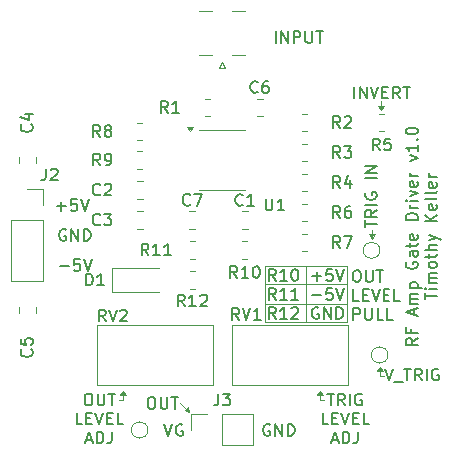
<source format=gbr>
%TF.GenerationSoftware,KiCad,Pcbnew,8.0.0*%
%TF.CreationDate,2024-06-21T14:03:25-04:00*%
%TF.ProjectId,GaN Gate Driver,47614e20-4761-4746-9520-447269766572,v1.0*%
%TF.SameCoordinates,Original*%
%TF.FileFunction,Legend,Top*%
%TF.FilePolarity,Positive*%
%FSLAX46Y46*%
G04 Gerber Fmt 4.6, Leading zero omitted, Abs format (unit mm)*
G04 Created by KiCad (PCBNEW 8.0.0) date 2024-06-21 14:03:25*
%MOMM*%
%LPD*%
G01*
G04 APERTURE LIST*
%ADD10C,0.100000*%
%ADD11C,0.150000*%
%ADD12C,0.120000*%
G04 APERTURE END LIST*
D10*
X82500000Y-44750000D02*
X82246000Y-44369000D01*
X82754000Y-44369000D01*
X82500000Y-44750000D01*
G36*
X82500000Y-44750000D02*
G01*
X82246000Y-44369000D01*
X82754000Y-44369000D01*
X82500000Y-44750000D01*
G37*
X82500000Y-43988000D02*
X82500000Y-44750000D01*
D11*
X81954819Y-43794077D02*
X81954819Y-43222649D01*
X82954819Y-43508363D02*
X81954819Y-43508363D01*
X82954819Y-42317887D02*
X82478628Y-42651220D01*
X82954819Y-42889315D02*
X81954819Y-42889315D01*
X81954819Y-42889315D02*
X81954819Y-42508363D01*
X81954819Y-42508363D02*
X82002438Y-42413125D01*
X82002438Y-42413125D02*
X82050057Y-42365506D01*
X82050057Y-42365506D02*
X82145295Y-42317887D01*
X82145295Y-42317887D02*
X82288152Y-42317887D01*
X82288152Y-42317887D02*
X82383390Y-42365506D01*
X82383390Y-42365506D02*
X82431009Y-42413125D01*
X82431009Y-42413125D02*
X82478628Y-42508363D01*
X82478628Y-42508363D02*
X82478628Y-42889315D01*
X82954819Y-41889315D02*
X81954819Y-41889315D01*
X82002438Y-40889316D02*
X81954819Y-40984554D01*
X81954819Y-40984554D02*
X81954819Y-41127411D01*
X81954819Y-41127411D02*
X82002438Y-41270268D01*
X82002438Y-41270268D02*
X82097676Y-41365506D01*
X82097676Y-41365506D02*
X82192914Y-41413125D01*
X82192914Y-41413125D02*
X82383390Y-41460744D01*
X82383390Y-41460744D02*
X82526247Y-41460744D01*
X82526247Y-41460744D02*
X82716723Y-41413125D01*
X82716723Y-41413125D02*
X82811961Y-41365506D01*
X82811961Y-41365506D02*
X82907200Y-41270268D01*
X82907200Y-41270268D02*
X82954819Y-41127411D01*
X82954819Y-41127411D02*
X82954819Y-41032173D01*
X82954819Y-41032173D02*
X82907200Y-40889316D01*
X82907200Y-40889316D02*
X82859580Y-40841697D01*
X82859580Y-40841697D02*
X82526247Y-40841697D01*
X82526247Y-40841697D02*
X82526247Y-41032173D01*
X82954819Y-39651220D02*
X81954819Y-39651220D01*
X82954819Y-39175030D02*
X81954819Y-39175030D01*
X81954819Y-39175030D02*
X82954819Y-38603602D01*
X82954819Y-38603602D02*
X81954819Y-38603602D01*
X63773255Y-58178819D02*
X63963731Y-58178819D01*
X63963731Y-58178819D02*
X64058969Y-58226438D01*
X64058969Y-58226438D02*
X64154207Y-58321676D01*
X64154207Y-58321676D02*
X64201826Y-58512152D01*
X64201826Y-58512152D02*
X64201826Y-58845485D01*
X64201826Y-58845485D02*
X64154207Y-59035961D01*
X64154207Y-59035961D02*
X64058969Y-59131200D01*
X64058969Y-59131200D02*
X63963731Y-59178819D01*
X63963731Y-59178819D02*
X63773255Y-59178819D01*
X63773255Y-59178819D02*
X63678017Y-59131200D01*
X63678017Y-59131200D02*
X63582779Y-59035961D01*
X63582779Y-59035961D02*
X63535160Y-58845485D01*
X63535160Y-58845485D02*
X63535160Y-58512152D01*
X63535160Y-58512152D02*
X63582779Y-58321676D01*
X63582779Y-58321676D02*
X63678017Y-58226438D01*
X63678017Y-58226438D02*
X63773255Y-58178819D01*
X64630398Y-58178819D02*
X64630398Y-58988342D01*
X64630398Y-58988342D02*
X64678017Y-59083580D01*
X64678017Y-59083580D02*
X64725636Y-59131200D01*
X64725636Y-59131200D02*
X64820874Y-59178819D01*
X64820874Y-59178819D02*
X65011350Y-59178819D01*
X65011350Y-59178819D02*
X65106588Y-59131200D01*
X65106588Y-59131200D02*
X65154207Y-59083580D01*
X65154207Y-59083580D02*
X65201826Y-58988342D01*
X65201826Y-58988342D02*
X65201826Y-58178819D01*
X65535160Y-58178819D02*
X66106588Y-58178819D01*
X65820874Y-59178819D02*
X65820874Y-58178819D01*
D10*
X67056000Y-59436000D02*
X66675000Y-59309000D01*
X66929000Y-59055000D01*
X67056000Y-59436000D01*
G36*
X67056000Y-59436000D02*
G01*
X66675000Y-59309000D01*
X66929000Y-59055000D01*
X67056000Y-59436000D01*
G37*
X66294000Y-58674000D02*
X67056000Y-59436000D01*
D11*
X74377779Y-28190819D02*
X74377779Y-27190819D01*
X74853969Y-28190819D02*
X74853969Y-27190819D01*
X74853969Y-27190819D02*
X75425397Y-28190819D01*
X75425397Y-28190819D02*
X75425397Y-27190819D01*
X75901588Y-28190819D02*
X75901588Y-27190819D01*
X75901588Y-27190819D02*
X76282540Y-27190819D01*
X76282540Y-27190819D02*
X76377778Y-27238438D01*
X76377778Y-27238438D02*
X76425397Y-27286057D01*
X76425397Y-27286057D02*
X76473016Y-27381295D01*
X76473016Y-27381295D02*
X76473016Y-27524152D01*
X76473016Y-27524152D02*
X76425397Y-27619390D01*
X76425397Y-27619390D02*
X76377778Y-27667009D01*
X76377778Y-27667009D02*
X76282540Y-27714628D01*
X76282540Y-27714628D02*
X75901588Y-27714628D01*
X76901588Y-27190819D02*
X76901588Y-28000342D01*
X76901588Y-28000342D02*
X76949207Y-28095580D01*
X76949207Y-28095580D02*
X76996826Y-28143200D01*
X76996826Y-28143200D02*
X77092064Y-28190819D01*
X77092064Y-28190819D02*
X77282540Y-28190819D01*
X77282540Y-28190819D02*
X77377778Y-28143200D01*
X77377778Y-28143200D02*
X77425397Y-28095580D01*
X77425397Y-28095580D02*
X77473016Y-28000342D01*
X77473016Y-28000342D02*
X77473016Y-27190819D01*
X77806350Y-27190819D02*
X78377778Y-27190819D01*
X78092064Y-28190819D02*
X78092064Y-27190819D01*
D10*
X83312000Y-33147000D02*
X83312000Y-33909000D01*
X83312000Y-33909000D02*
X83058000Y-33528000D01*
X83566000Y-33528000D01*
X83312000Y-33909000D01*
G36*
X83312000Y-33909000D02*
G01*
X83058000Y-33528000D01*
X83566000Y-33528000D01*
X83312000Y-33909000D01*
G37*
D11*
X81026286Y-32889819D02*
X81026286Y-31889819D01*
X81502476Y-32889819D02*
X81502476Y-31889819D01*
X81502476Y-31889819D02*
X82073904Y-32889819D01*
X82073904Y-32889819D02*
X82073904Y-31889819D01*
X82407238Y-31889819D02*
X82740571Y-32889819D01*
X82740571Y-32889819D02*
X83073904Y-31889819D01*
X83407238Y-32366009D02*
X83740571Y-32366009D01*
X83883428Y-32889819D02*
X83407238Y-32889819D01*
X83407238Y-32889819D02*
X83407238Y-31889819D01*
X83407238Y-31889819D02*
X83883428Y-31889819D01*
X84883428Y-32889819D02*
X84550095Y-32413628D01*
X84312000Y-32889819D02*
X84312000Y-31889819D01*
X84312000Y-31889819D02*
X84692952Y-31889819D01*
X84692952Y-31889819D02*
X84788190Y-31937438D01*
X84788190Y-31937438D02*
X84835809Y-31985057D01*
X84835809Y-31985057D02*
X84883428Y-32080295D01*
X84883428Y-32080295D02*
X84883428Y-32223152D01*
X84883428Y-32223152D02*
X84835809Y-32318390D01*
X84835809Y-32318390D02*
X84788190Y-32366009D01*
X84788190Y-32366009D02*
X84692952Y-32413628D01*
X84692952Y-32413628D02*
X84312000Y-32413628D01*
X85169143Y-31889819D02*
X85740571Y-31889819D01*
X85454857Y-32889819D02*
X85454857Y-31889819D01*
X81147954Y-47422516D02*
X81338430Y-47422516D01*
X81338430Y-47422516D02*
X81433668Y-47470135D01*
X81433668Y-47470135D02*
X81528906Y-47565373D01*
X81528906Y-47565373D02*
X81576525Y-47755849D01*
X81576525Y-47755849D02*
X81576525Y-48089182D01*
X81576525Y-48089182D02*
X81528906Y-48279658D01*
X81528906Y-48279658D02*
X81433668Y-48374897D01*
X81433668Y-48374897D02*
X81338430Y-48422516D01*
X81338430Y-48422516D02*
X81147954Y-48422516D01*
X81147954Y-48422516D02*
X81052716Y-48374897D01*
X81052716Y-48374897D02*
X80957478Y-48279658D01*
X80957478Y-48279658D02*
X80909859Y-48089182D01*
X80909859Y-48089182D02*
X80909859Y-47755849D01*
X80909859Y-47755849D02*
X80957478Y-47565373D01*
X80957478Y-47565373D02*
X81052716Y-47470135D01*
X81052716Y-47470135D02*
X81147954Y-47422516D01*
X82005097Y-47422516D02*
X82005097Y-48232039D01*
X82005097Y-48232039D02*
X82052716Y-48327277D01*
X82052716Y-48327277D02*
X82100335Y-48374897D01*
X82100335Y-48374897D02*
X82195573Y-48422516D01*
X82195573Y-48422516D02*
X82386049Y-48422516D01*
X82386049Y-48422516D02*
X82481287Y-48374897D01*
X82481287Y-48374897D02*
X82528906Y-48327277D01*
X82528906Y-48327277D02*
X82576525Y-48232039D01*
X82576525Y-48232039D02*
X82576525Y-47422516D01*
X82909859Y-47422516D02*
X83481287Y-47422516D01*
X83195573Y-48422516D02*
X83195573Y-47422516D01*
X81433668Y-50032460D02*
X80957478Y-50032460D01*
X80957478Y-50032460D02*
X80957478Y-49032460D01*
X81767002Y-49508650D02*
X82100335Y-49508650D01*
X82243192Y-50032460D02*
X81767002Y-50032460D01*
X81767002Y-50032460D02*
X81767002Y-49032460D01*
X81767002Y-49032460D02*
X82243192Y-49032460D01*
X82528907Y-49032460D02*
X82862240Y-50032460D01*
X82862240Y-50032460D02*
X83195573Y-49032460D01*
X83528907Y-49508650D02*
X83862240Y-49508650D01*
X84005097Y-50032460D02*
X83528907Y-50032460D01*
X83528907Y-50032460D02*
X83528907Y-49032460D01*
X83528907Y-49032460D02*
X84005097Y-49032460D01*
X84909859Y-50032460D02*
X84433669Y-50032460D01*
X84433669Y-50032460D02*
X84433669Y-49032460D01*
X80957478Y-51642404D02*
X80957478Y-50642404D01*
X80957478Y-50642404D02*
X81338430Y-50642404D01*
X81338430Y-50642404D02*
X81433668Y-50690023D01*
X81433668Y-50690023D02*
X81481287Y-50737642D01*
X81481287Y-50737642D02*
X81528906Y-50832880D01*
X81528906Y-50832880D02*
X81528906Y-50975737D01*
X81528906Y-50975737D02*
X81481287Y-51070975D01*
X81481287Y-51070975D02*
X81433668Y-51118594D01*
X81433668Y-51118594D02*
X81338430Y-51166213D01*
X81338430Y-51166213D02*
X80957478Y-51166213D01*
X81957478Y-50642404D02*
X81957478Y-51451927D01*
X81957478Y-51451927D02*
X82005097Y-51547165D01*
X82005097Y-51547165D02*
X82052716Y-51594785D01*
X82052716Y-51594785D02*
X82147954Y-51642404D01*
X82147954Y-51642404D02*
X82338430Y-51642404D01*
X82338430Y-51642404D02*
X82433668Y-51594785D01*
X82433668Y-51594785D02*
X82481287Y-51547165D01*
X82481287Y-51547165D02*
X82528906Y-51451927D01*
X82528906Y-51451927D02*
X82528906Y-50642404D01*
X83481287Y-51642404D02*
X83005097Y-51642404D01*
X83005097Y-51642404D02*
X83005097Y-50642404D01*
X84290811Y-51642404D02*
X83814621Y-51642404D01*
X83814621Y-51642404D02*
X83814621Y-50642404D01*
X74377707Y-48338931D02*
X74044374Y-47862740D01*
X73806279Y-48338931D02*
X73806279Y-47338931D01*
X73806279Y-47338931D02*
X74187231Y-47338931D01*
X74187231Y-47338931D02*
X74282469Y-47386550D01*
X74282469Y-47386550D02*
X74330088Y-47434169D01*
X74330088Y-47434169D02*
X74377707Y-47529407D01*
X74377707Y-47529407D02*
X74377707Y-47672264D01*
X74377707Y-47672264D02*
X74330088Y-47767502D01*
X74330088Y-47767502D02*
X74282469Y-47815121D01*
X74282469Y-47815121D02*
X74187231Y-47862740D01*
X74187231Y-47862740D02*
X73806279Y-47862740D01*
X75330088Y-48338931D02*
X74758660Y-48338931D01*
X75044374Y-48338931D02*
X75044374Y-47338931D01*
X75044374Y-47338931D02*
X74949136Y-47481788D01*
X74949136Y-47481788D02*
X74853898Y-47577026D01*
X74853898Y-47577026D02*
X74758660Y-47624645D01*
X75949136Y-47338931D02*
X76044374Y-47338931D01*
X76044374Y-47338931D02*
X76139612Y-47386550D01*
X76139612Y-47386550D02*
X76187231Y-47434169D01*
X76187231Y-47434169D02*
X76234850Y-47529407D01*
X76234850Y-47529407D02*
X76282469Y-47719883D01*
X76282469Y-47719883D02*
X76282469Y-47957978D01*
X76282469Y-47957978D02*
X76234850Y-48148454D01*
X76234850Y-48148454D02*
X76187231Y-48243692D01*
X76187231Y-48243692D02*
X76139612Y-48291312D01*
X76139612Y-48291312D02*
X76044374Y-48338931D01*
X76044374Y-48338931D02*
X75949136Y-48338931D01*
X75949136Y-48338931D02*
X75853898Y-48291312D01*
X75853898Y-48291312D02*
X75806279Y-48243692D01*
X75806279Y-48243692D02*
X75758660Y-48148454D01*
X75758660Y-48148454D02*
X75711041Y-47957978D01*
X75711041Y-47957978D02*
X75711041Y-47719883D01*
X75711041Y-47719883D02*
X75758660Y-47529407D01*
X75758660Y-47529407D02*
X75806279Y-47434169D01*
X75806279Y-47434169D02*
X75853898Y-47386550D01*
X75853898Y-47386550D02*
X75949136Y-47338931D01*
X77472946Y-47957978D02*
X78234851Y-47957978D01*
X77853898Y-48338931D02*
X77853898Y-47577026D01*
X79187231Y-47338931D02*
X78711041Y-47338931D01*
X78711041Y-47338931D02*
X78663422Y-47815121D01*
X78663422Y-47815121D02*
X78711041Y-47767502D01*
X78711041Y-47767502D02*
X78806279Y-47719883D01*
X78806279Y-47719883D02*
X79044374Y-47719883D01*
X79044374Y-47719883D02*
X79139612Y-47767502D01*
X79139612Y-47767502D02*
X79187231Y-47815121D01*
X79187231Y-47815121D02*
X79234850Y-47910359D01*
X79234850Y-47910359D02*
X79234850Y-48148454D01*
X79234850Y-48148454D02*
X79187231Y-48243692D01*
X79187231Y-48243692D02*
X79139612Y-48291312D01*
X79139612Y-48291312D02*
X79044374Y-48338931D01*
X79044374Y-48338931D02*
X78806279Y-48338931D01*
X78806279Y-48338931D02*
X78711041Y-48291312D01*
X78711041Y-48291312D02*
X78663422Y-48243692D01*
X79520565Y-47338931D02*
X79853898Y-48338931D01*
X79853898Y-48338931D02*
X80187231Y-47338931D01*
X74377707Y-49948875D02*
X74044374Y-49472684D01*
X73806279Y-49948875D02*
X73806279Y-48948875D01*
X73806279Y-48948875D02*
X74187231Y-48948875D01*
X74187231Y-48948875D02*
X74282469Y-48996494D01*
X74282469Y-48996494D02*
X74330088Y-49044113D01*
X74330088Y-49044113D02*
X74377707Y-49139351D01*
X74377707Y-49139351D02*
X74377707Y-49282208D01*
X74377707Y-49282208D02*
X74330088Y-49377446D01*
X74330088Y-49377446D02*
X74282469Y-49425065D01*
X74282469Y-49425065D02*
X74187231Y-49472684D01*
X74187231Y-49472684D02*
X73806279Y-49472684D01*
X75330088Y-49948875D02*
X74758660Y-49948875D01*
X75044374Y-49948875D02*
X75044374Y-48948875D01*
X75044374Y-48948875D02*
X74949136Y-49091732D01*
X74949136Y-49091732D02*
X74853898Y-49186970D01*
X74853898Y-49186970D02*
X74758660Y-49234589D01*
X76282469Y-49948875D02*
X75711041Y-49948875D01*
X75996755Y-49948875D02*
X75996755Y-48948875D01*
X75996755Y-48948875D02*
X75901517Y-49091732D01*
X75901517Y-49091732D02*
X75806279Y-49186970D01*
X75806279Y-49186970D02*
X75711041Y-49234589D01*
X77472946Y-49567922D02*
X78234851Y-49567922D01*
X79187231Y-48948875D02*
X78711041Y-48948875D01*
X78711041Y-48948875D02*
X78663422Y-49425065D01*
X78663422Y-49425065D02*
X78711041Y-49377446D01*
X78711041Y-49377446D02*
X78806279Y-49329827D01*
X78806279Y-49329827D02*
X79044374Y-49329827D01*
X79044374Y-49329827D02*
X79139612Y-49377446D01*
X79139612Y-49377446D02*
X79187231Y-49425065D01*
X79187231Y-49425065D02*
X79234850Y-49520303D01*
X79234850Y-49520303D02*
X79234850Y-49758398D01*
X79234850Y-49758398D02*
X79187231Y-49853636D01*
X79187231Y-49853636D02*
X79139612Y-49901256D01*
X79139612Y-49901256D02*
X79044374Y-49948875D01*
X79044374Y-49948875D02*
X78806279Y-49948875D01*
X78806279Y-49948875D02*
X78711041Y-49901256D01*
X78711041Y-49901256D02*
X78663422Y-49853636D01*
X79520565Y-48948875D02*
X79853898Y-49948875D01*
X79853898Y-49948875D02*
X80187231Y-48948875D01*
X74377707Y-51558819D02*
X74044374Y-51082628D01*
X73806279Y-51558819D02*
X73806279Y-50558819D01*
X73806279Y-50558819D02*
X74187231Y-50558819D01*
X74187231Y-50558819D02*
X74282469Y-50606438D01*
X74282469Y-50606438D02*
X74330088Y-50654057D01*
X74330088Y-50654057D02*
X74377707Y-50749295D01*
X74377707Y-50749295D02*
X74377707Y-50892152D01*
X74377707Y-50892152D02*
X74330088Y-50987390D01*
X74330088Y-50987390D02*
X74282469Y-51035009D01*
X74282469Y-51035009D02*
X74187231Y-51082628D01*
X74187231Y-51082628D02*
X73806279Y-51082628D01*
X75330088Y-51558819D02*
X74758660Y-51558819D01*
X75044374Y-51558819D02*
X75044374Y-50558819D01*
X75044374Y-50558819D02*
X74949136Y-50701676D01*
X74949136Y-50701676D02*
X74853898Y-50796914D01*
X74853898Y-50796914D02*
X74758660Y-50844533D01*
X75711041Y-50654057D02*
X75758660Y-50606438D01*
X75758660Y-50606438D02*
X75853898Y-50558819D01*
X75853898Y-50558819D02*
X76091993Y-50558819D01*
X76091993Y-50558819D02*
X76187231Y-50606438D01*
X76187231Y-50606438D02*
X76234850Y-50654057D01*
X76234850Y-50654057D02*
X76282469Y-50749295D01*
X76282469Y-50749295D02*
X76282469Y-50844533D01*
X76282469Y-50844533D02*
X76234850Y-50987390D01*
X76234850Y-50987390D02*
X75663422Y-51558819D01*
X75663422Y-51558819D02*
X76282469Y-51558819D01*
X77996755Y-50606438D02*
X77901517Y-50558819D01*
X77901517Y-50558819D02*
X77758660Y-50558819D01*
X77758660Y-50558819D02*
X77615803Y-50606438D01*
X77615803Y-50606438D02*
X77520565Y-50701676D01*
X77520565Y-50701676D02*
X77472946Y-50796914D01*
X77472946Y-50796914D02*
X77425327Y-50987390D01*
X77425327Y-50987390D02*
X77425327Y-51130247D01*
X77425327Y-51130247D02*
X77472946Y-51320723D01*
X77472946Y-51320723D02*
X77520565Y-51415961D01*
X77520565Y-51415961D02*
X77615803Y-51511200D01*
X77615803Y-51511200D02*
X77758660Y-51558819D01*
X77758660Y-51558819D02*
X77853898Y-51558819D01*
X77853898Y-51558819D02*
X77996755Y-51511200D01*
X77996755Y-51511200D02*
X78044374Y-51463580D01*
X78044374Y-51463580D02*
X78044374Y-51130247D01*
X78044374Y-51130247D02*
X77853898Y-51130247D01*
X78472946Y-51558819D02*
X78472946Y-50558819D01*
X78472946Y-50558819D02*
X79044374Y-51558819D01*
X79044374Y-51558819D02*
X79044374Y-50558819D01*
X79520565Y-51558819D02*
X79520565Y-50558819D01*
X79520565Y-50558819D02*
X79758660Y-50558819D01*
X79758660Y-50558819D02*
X79901517Y-50606438D01*
X79901517Y-50606438D02*
X79996755Y-50701676D01*
X79996755Y-50701676D02*
X80044374Y-50796914D01*
X80044374Y-50796914D02*
X80091993Y-50987390D01*
X80091993Y-50987390D02*
X80091993Y-51130247D01*
X80091993Y-51130247D02*
X80044374Y-51320723D01*
X80044374Y-51320723D02*
X79996755Y-51415961D01*
X79996755Y-51415961D02*
X79901517Y-51511200D01*
X79901517Y-51511200D02*
X79758660Y-51558819D01*
X79758660Y-51558819D02*
X79520565Y-51558819D01*
D10*
X80454500Y-50292000D02*
X73469500Y-50292000D01*
X76962000Y-47117000D02*
X76962000Y-51816000D01*
X73469500Y-47117000D02*
X80454500Y-47117000D01*
X80454500Y-51816000D01*
X73469500Y-51816000D01*
X73469500Y-47117000D01*
X73469500Y-48641000D02*
X80454500Y-48641000D01*
X61468000Y-58420000D02*
X61468000Y-57658000D01*
X61087000Y-58420000D02*
X61468000Y-58420000D01*
X61722000Y-58039000D02*
X61214000Y-58039000D01*
X61468000Y-57658000D01*
X61722000Y-58039000D01*
G36*
X61722000Y-58039000D02*
G01*
X61214000Y-58039000D01*
X61468000Y-57658000D01*
X61722000Y-58039000D01*
G37*
D11*
X58436000Y-57879931D02*
X58626476Y-57879931D01*
X58626476Y-57879931D02*
X58721714Y-57927550D01*
X58721714Y-57927550D02*
X58816952Y-58022788D01*
X58816952Y-58022788D02*
X58864571Y-58213264D01*
X58864571Y-58213264D02*
X58864571Y-58546597D01*
X58864571Y-58546597D02*
X58816952Y-58737073D01*
X58816952Y-58737073D02*
X58721714Y-58832312D01*
X58721714Y-58832312D02*
X58626476Y-58879931D01*
X58626476Y-58879931D02*
X58436000Y-58879931D01*
X58436000Y-58879931D02*
X58340762Y-58832312D01*
X58340762Y-58832312D02*
X58245524Y-58737073D01*
X58245524Y-58737073D02*
X58197905Y-58546597D01*
X58197905Y-58546597D02*
X58197905Y-58213264D01*
X58197905Y-58213264D02*
X58245524Y-58022788D01*
X58245524Y-58022788D02*
X58340762Y-57927550D01*
X58340762Y-57927550D02*
X58436000Y-57879931D01*
X59293143Y-57879931D02*
X59293143Y-58689454D01*
X59293143Y-58689454D02*
X59340762Y-58784692D01*
X59340762Y-58784692D02*
X59388381Y-58832312D01*
X59388381Y-58832312D02*
X59483619Y-58879931D01*
X59483619Y-58879931D02*
X59674095Y-58879931D01*
X59674095Y-58879931D02*
X59769333Y-58832312D01*
X59769333Y-58832312D02*
X59816952Y-58784692D01*
X59816952Y-58784692D02*
X59864571Y-58689454D01*
X59864571Y-58689454D02*
X59864571Y-57879931D01*
X60197905Y-57879931D02*
X60769333Y-57879931D01*
X60483619Y-58879931D02*
X60483619Y-57879931D01*
X58007428Y-60489875D02*
X57531238Y-60489875D01*
X57531238Y-60489875D02*
X57531238Y-59489875D01*
X58340762Y-59966065D02*
X58674095Y-59966065D01*
X58816952Y-60489875D02*
X58340762Y-60489875D01*
X58340762Y-60489875D02*
X58340762Y-59489875D01*
X58340762Y-59489875D02*
X58816952Y-59489875D01*
X59102667Y-59489875D02*
X59436000Y-60489875D01*
X59436000Y-60489875D02*
X59769333Y-59489875D01*
X60102667Y-59966065D02*
X60436000Y-59966065D01*
X60578857Y-60489875D02*
X60102667Y-60489875D01*
X60102667Y-60489875D02*
X60102667Y-59489875D01*
X60102667Y-59489875D02*
X60578857Y-59489875D01*
X61483619Y-60489875D02*
X61007429Y-60489875D01*
X61007429Y-60489875D02*
X61007429Y-59489875D01*
X58316952Y-61814104D02*
X58793142Y-61814104D01*
X58221714Y-62099819D02*
X58555047Y-61099819D01*
X58555047Y-61099819D02*
X58888380Y-62099819D01*
X59221714Y-62099819D02*
X59221714Y-61099819D01*
X59221714Y-61099819D02*
X59459809Y-61099819D01*
X59459809Y-61099819D02*
X59602666Y-61147438D01*
X59602666Y-61147438D02*
X59697904Y-61242676D01*
X59697904Y-61242676D02*
X59745523Y-61337914D01*
X59745523Y-61337914D02*
X59793142Y-61528390D01*
X59793142Y-61528390D02*
X59793142Y-61671247D01*
X59793142Y-61671247D02*
X59745523Y-61861723D01*
X59745523Y-61861723D02*
X59697904Y-61956961D01*
X59697904Y-61956961D02*
X59602666Y-62052200D01*
X59602666Y-62052200D02*
X59459809Y-62099819D01*
X59459809Y-62099819D02*
X59221714Y-62099819D01*
X60507428Y-61099819D02*
X60507428Y-61814104D01*
X60507428Y-61814104D02*
X60459809Y-61956961D01*
X60459809Y-61956961D02*
X60364571Y-62052200D01*
X60364571Y-62052200D02*
X60221714Y-62099819D01*
X60221714Y-62099819D02*
X60126476Y-62099819D01*
D10*
X78359000Y-58039000D02*
X77851000Y-58039000D01*
X78105000Y-57658000D01*
X78359000Y-58039000D01*
G36*
X78359000Y-58039000D02*
G01*
X77851000Y-58039000D01*
X78105000Y-57658000D01*
X78359000Y-58039000D01*
G37*
X78105000Y-58420000D02*
X78486000Y-58420000D01*
X78105000Y-58420000D02*
X78105000Y-57658000D01*
D11*
X78740191Y-57879931D02*
X79311619Y-57879931D01*
X79025905Y-58879931D02*
X79025905Y-57879931D01*
X80216381Y-58879931D02*
X79883048Y-58403740D01*
X79644953Y-58879931D02*
X79644953Y-57879931D01*
X79644953Y-57879931D02*
X80025905Y-57879931D01*
X80025905Y-57879931D02*
X80121143Y-57927550D01*
X80121143Y-57927550D02*
X80168762Y-57975169D01*
X80168762Y-57975169D02*
X80216381Y-58070407D01*
X80216381Y-58070407D02*
X80216381Y-58213264D01*
X80216381Y-58213264D02*
X80168762Y-58308502D01*
X80168762Y-58308502D02*
X80121143Y-58356121D01*
X80121143Y-58356121D02*
X80025905Y-58403740D01*
X80025905Y-58403740D02*
X79644953Y-58403740D01*
X80644953Y-58879931D02*
X80644953Y-57879931D01*
X81644952Y-57927550D02*
X81549714Y-57879931D01*
X81549714Y-57879931D02*
X81406857Y-57879931D01*
X81406857Y-57879931D02*
X81264000Y-57927550D01*
X81264000Y-57927550D02*
X81168762Y-58022788D01*
X81168762Y-58022788D02*
X81121143Y-58118026D01*
X81121143Y-58118026D02*
X81073524Y-58308502D01*
X81073524Y-58308502D02*
X81073524Y-58451359D01*
X81073524Y-58451359D02*
X81121143Y-58641835D01*
X81121143Y-58641835D02*
X81168762Y-58737073D01*
X81168762Y-58737073D02*
X81264000Y-58832312D01*
X81264000Y-58832312D02*
X81406857Y-58879931D01*
X81406857Y-58879931D02*
X81502095Y-58879931D01*
X81502095Y-58879931D02*
X81644952Y-58832312D01*
X81644952Y-58832312D02*
X81692571Y-58784692D01*
X81692571Y-58784692D02*
X81692571Y-58451359D01*
X81692571Y-58451359D02*
X81502095Y-58451359D01*
X78835428Y-60489875D02*
X78359238Y-60489875D01*
X78359238Y-60489875D02*
X78359238Y-59489875D01*
X79168762Y-59966065D02*
X79502095Y-59966065D01*
X79644952Y-60489875D02*
X79168762Y-60489875D01*
X79168762Y-60489875D02*
X79168762Y-59489875D01*
X79168762Y-59489875D02*
X79644952Y-59489875D01*
X79930667Y-59489875D02*
X80264000Y-60489875D01*
X80264000Y-60489875D02*
X80597333Y-59489875D01*
X80930667Y-59966065D02*
X81264000Y-59966065D01*
X81406857Y-60489875D02*
X80930667Y-60489875D01*
X80930667Y-60489875D02*
X80930667Y-59489875D01*
X80930667Y-59489875D02*
X81406857Y-59489875D01*
X82311619Y-60489875D02*
X81835429Y-60489875D01*
X81835429Y-60489875D02*
X81835429Y-59489875D01*
X79144952Y-61814104D02*
X79621142Y-61814104D01*
X79049714Y-62099819D02*
X79383047Y-61099819D01*
X79383047Y-61099819D02*
X79716380Y-62099819D01*
X80049714Y-62099819D02*
X80049714Y-61099819D01*
X80049714Y-61099819D02*
X80287809Y-61099819D01*
X80287809Y-61099819D02*
X80430666Y-61147438D01*
X80430666Y-61147438D02*
X80525904Y-61242676D01*
X80525904Y-61242676D02*
X80573523Y-61337914D01*
X80573523Y-61337914D02*
X80621142Y-61528390D01*
X80621142Y-61528390D02*
X80621142Y-61671247D01*
X80621142Y-61671247D02*
X80573523Y-61861723D01*
X80573523Y-61861723D02*
X80525904Y-61956961D01*
X80525904Y-61956961D02*
X80430666Y-62052200D01*
X80430666Y-62052200D02*
X80287809Y-62099819D01*
X80287809Y-62099819D02*
X80049714Y-62099819D01*
X81335428Y-61099819D02*
X81335428Y-61814104D01*
X81335428Y-61814104D02*
X81287809Y-61956961D01*
X81287809Y-61956961D02*
X81192571Y-62052200D01*
X81192571Y-62052200D02*
X81049714Y-62099819D01*
X81049714Y-62099819D02*
X80954476Y-62099819D01*
D10*
X83439000Y-56007000D02*
X82931000Y-56007000D01*
X83185000Y-55626000D01*
X83439000Y-56007000D01*
G36*
X83439000Y-56007000D02*
G01*
X82931000Y-56007000D01*
X83185000Y-55626000D01*
X83439000Y-56007000D01*
G37*
X83185000Y-56388000D02*
X83566000Y-56388000D01*
D11*
X86397875Y-53172239D02*
X85921684Y-53505572D01*
X86397875Y-53743667D02*
X85397875Y-53743667D01*
X85397875Y-53743667D02*
X85397875Y-53362715D01*
X85397875Y-53362715D02*
X85445494Y-53267477D01*
X85445494Y-53267477D02*
X85493113Y-53219858D01*
X85493113Y-53219858D02*
X85588351Y-53172239D01*
X85588351Y-53172239D02*
X85731208Y-53172239D01*
X85731208Y-53172239D02*
X85826446Y-53219858D01*
X85826446Y-53219858D02*
X85874065Y-53267477D01*
X85874065Y-53267477D02*
X85921684Y-53362715D01*
X85921684Y-53362715D02*
X85921684Y-53743667D01*
X85874065Y-52410334D02*
X85874065Y-52743667D01*
X86397875Y-52743667D02*
X85397875Y-52743667D01*
X85397875Y-52743667D02*
X85397875Y-52267477D01*
X86112160Y-51172238D02*
X86112160Y-50696048D01*
X86397875Y-51267476D02*
X85397875Y-50934143D01*
X85397875Y-50934143D02*
X86397875Y-50600810D01*
X86397875Y-50267476D02*
X85731208Y-50267476D01*
X85826446Y-50267476D02*
X85778827Y-50219857D01*
X85778827Y-50219857D02*
X85731208Y-50124619D01*
X85731208Y-50124619D02*
X85731208Y-49981762D01*
X85731208Y-49981762D02*
X85778827Y-49886524D01*
X85778827Y-49886524D02*
X85874065Y-49838905D01*
X85874065Y-49838905D02*
X86397875Y-49838905D01*
X85874065Y-49838905D02*
X85778827Y-49791286D01*
X85778827Y-49791286D02*
X85731208Y-49696048D01*
X85731208Y-49696048D02*
X85731208Y-49553191D01*
X85731208Y-49553191D02*
X85778827Y-49457952D01*
X85778827Y-49457952D02*
X85874065Y-49410333D01*
X85874065Y-49410333D02*
X86397875Y-49410333D01*
X85731208Y-48934143D02*
X86731208Y-48934143D01*
X85778827Y-48934143D02*
X85731208Y-48838905D01*
X85731208Y-48838905D02*
X85731208Y-48648429D01*
X85731208Y-48648429D02*
X85778827Y-48553191D01*
X85778827Y-48553191D02*
X85826446Y-48505572D01*
X85826446Y-48505572D02*
X85921684Y-48457953D01*
X85921684Y-48457953D02*
X86207398Y-48457953D01*
X86207398Y-48457953D02*
X86302636Y-48505572D01*
X86302636Y-48505572D02*
X86350256Y-48553191D01*
X86350256Y-48553191D02*
X86397875Y-48648429D01*
X86397875Y-48648429D02*
X86397875Y-48838905D01*
X86397875Y-48838905D02*
X86350256Y-48934143D01*
X85445494Y-46743667D02*
X85397875Y-46838905D01*
X85397875Y-46838905D02*
X85397875Y-46981762D01*
X85397875Y-46981762D02*
X85445494Y-47124619D01*
X85445494Y-47124619D02*
X85540732Y-47219857D01*
X85540732Y-47219857D02*
X85635970Y-47267476D01*
X85635970Y-47267476D02*
X85826446Y-47315095D01*
X85826446Y-47315095D02*
X85969303Y-47315095D01*
X85969303Y-47315095D02*
X86159779Y-47267476D01*
X86159779Y-47267476D02*
X86255017Y-47219857D01*
X86255017Y-47219857D02*
X86350256Y-47124619D01*
X86350256Y-47124619D02*
X86397875Y-46981762D01*
X86397875Y-46981762D02*
X86397875Y-46886524D01*
X86397875Y-46886524D02*
X86350256Y-46743667D01*
X86350256Y-46743667D02*
X86302636Y-46696048D01*
X86302636Y-46696048D02*
X85969303Y-46696048D01*
X85969303Y-46696048D02*
X85969303Y-46886524D01*
X86397875Y-45838905D02*
X85874065Y-45838905D01*
X85874065Y-45838905D02*
X85778827Y-45886524D01*
X85778827Y-45886524D02*
X85731208Y-45981762D01*
X85731208Y-45981762D02*
X85731208Y-46172238D01*
X85731208Y-46172238D02*
X85778827Y-46267476D01*
X86350256Y-45838905D02*
X86397875Y-45934143D01*
X86397875Y-45934143D02*
X86397875Y-46172238D01*
X86397875Y-46172238D02*
X86350256Y-46267476D01*
X86350256Y-46267476D02*
X86255017Y-46315095D01*
X86255017Y-46315095D02*
X86159779Y-46315095D01*
X86159779Y-46315095D02*
X86064541Y-46267476D01*
X86064541Y-46267476D02*
X86016922Y-46172238D01*
X86016922Y-46172238D02*
X86016922Y-45934143D01*
X86016922Y-45934143D02*
X85969303Y-45838905D01*
X85731208Y-45505571D02*
X85731208Y-45124619D01*
X85397875Y-45362714D02*
X86255017Y-45362714D01*
X86255017Y-45362714D02*
X86350256Y-45315095D01*
X86350256Y-45315095D02*
X86397875Y-45219857D01*
X86397875Y-45219857D02*
X86397875Y-45124619D01*
X86350256Y-44410333D02*
X86397875Y-44505571D01*
X86397875Y-44505571D02*
X86397875Y-44696047D01*
X86397875Y-44696047D02*
X86350256Y-44791285D01*
X86350256Y-44791285D02*
X86255017Y-44838904D01*
X86255017Y-44838904D02*
X85874065Y-44838904D01*
X85874065Y-44838904D02*
X85778827Y-44791285D01*
X85778827Y-44791285D02*
X85731208Y-44696047D01*
X85731208Y-44696047D02*
X85731208Y-44505571D01*
X85731208Y-44505571D02*
X85778827Y-44410333D01*
X85778827Y-44410333D02*
X85874065Y-44362714D01*
X85874065Y-44362714D02*
X85969303Y-44362714D01*
X85969303Y-44362714D02*
X86064541Y-44838904D01*
X86397875Y-43172237D02*
X85397875Y-43172237D01*
X85397875Y-43172237D02*
X85397875Y-42934142D01*
X85397875Y-42934142D02*
X85445494Y-42791285D01*
X85445494Y-42791285D02*
X85540732Y-42696047D01*
X85540732Y-42696047D02*
X85635970Y-42648428D01*
X85635970Y-42648428D02*
X85826446Y-42600809D01*
X85826446Y-42600809D02*
X85969303Y-42600809D01*
X85969303Y-42600809D02*
X86159779Y-42648428D01*
X86159779Y-42648428D02*
X86255017Y-42696047D01*
X86255017Y-42696047D02*
X86350256Y-42791285D01*
X86350256Y-42791285D02*
X86397875Y-42934142D01*
X86397875Y-42934142D02*
X86397875Y-43172237D01*
X86397875Y-42172237D02*
X85731208Y-42172237D01*
X85921684Y-42172237D02*
X85826446Y-42124618D01*
X85826446Y-42124618D02*
X85778827Y-42076999D01*
X85778827Y-42076999D02*
X85731208Y-41981761D01*
X85731208Y-41981761D02*
X85731208Y-41886523D01*
X86397875Y-41553189D02*
X85731208Y-41553189D01*
X85397875Y-41553189D02*
X85445494Y-41600808D01*
X85445494Y-41600808D02*
X85493113Y-41553189D01*
X85493113Y-41553189D02*
X85445494Y-41505570D01*
X85445494Y-41505570D02*
X85397875Y-41553189D01*
X85397875Y-41553189D02*
X85493113Y-41553189D01*
X85731208Y-41172237D02*
X86397875Y-40934142D01*
X86397875Y-40934142D02*
X85731208Y-40696047D01*
X86350256Y-39934142D02*
X86397875Y-40029380D01*
X86397875Y-40029380D02*
X86397875Y-40219856D01*
X86397875Y-40219856D02*
X86350256Y-40315094D01*
X86350256Y-40315094D02*
X86255017Y-40362713D01*
X86255017Y-40362713D02*
X85874065Y-40362713D01*
X85874065Y-40362713D02*
X85778827Y-40315094D01*
X85778827Y-40315094D02*
X85731208Y-40219856D01*
X85731208Y-40219856D02*
X85731208Y-40029380D01*
X85731208Y-40029380D02*
X85778827Y-39934142D01*
X85778827Y-39934142D02*
X85874065Y-39886523D01*
X85874065Y-39886523D02*
X85969303Y-39886523D01*
X85969303Y-39886523D02*
X86064541Y-40362713D01*
X86397875Y-39457951D02*
X85731208Y-39457951D01*
X85921684Y-39457951D02*
X85826446Y-39410332D01*
X85826446Y-39410332D02*
X85778827Y-39362713D01*
X85778827Y-39362713D02*
X85731208Y-39267475D01*
X85731208Y-39267475D02*
X85731208Y-39172237D01*
X85731208Y-38172236D02*
X86397875Y-37934141D01*
X86397875Y-37934141D02*
X85731208Y-37696046D01*
X86397875Y-36791284D02*
X86397875Y-37362712D01*
X86397875Y-37076998D02*
X85397875Y-37076998D01*
X85397875Y-37076998D02*
X85540732Y-37172236D01*
X85540732Y-37172236D02*
X85635970Y-37267474D01*
X85635970Y-37267474D02*
X85683589Y-37362712D01*
X86302636Y-36362712D02*
X86350256Y-36315093D01*
X86350256Y-36315093D02*
X86397875Y-36362712D01*
X86397875Y-36362712D02*
X86350256Y-36410331D01*
X86350256Y-36410331D02*
X86302636Y-36362712D01*
X86302636Y-36362712D02*
X86397875Y-36362712D01*
X85397875Y-35696046D02*
X85397875Y-35600808D01*
X85397875Y-35600808D02*
X85445494Y-35505570D01*
X85445494Y-35505570D02*
X85493113Y-35457951D01*
X85493113Y-35457951D02*
X85588351Y-35410332D01*
X85588351Y-35410332D02*
X85778827Y-35362713D01*
X85778827Y-35362713D02*
X86016922Y-35362713D01*
X86016922Y-35362713D02*
X86207398Y-35410332D01*
X86207398Y-35410332D02*
X86302636Y-35457951D01*
X86302636Y-35457951D02*
X86350256Y-35505570D01*
X86350256Y-35505570D02*
X86397875Y-35600808D01*
X86397875Y-35600808D02*
X86397875Y-35696046D01*
X86397875Y-35696046D02*
X86350256Y-35791284D01*
X86350256Y-35791284D02*
X86302636Y-35838903D01*
X86302636Y-35838903D02*
X86207398Y-35886522D01*
X86207398Y-35886522D02*
X86016922Y-35934141D01*
X86016922Y-35934141D02*
X85778827Y-35934141D01*
X85778827Y-35934141D02*
X85588351Y-35886522D01*
X85588351Y-35886522D02*
X85493113Y-35838903D01*
X85493113Y-35838903D02*
X85445494Y-35791284D01*
X85445494Y-35791284D02*
X85397875Y-35696046D01*
X87007819Y-49910333D02*
X87007819Y-49338905D01*
X88007819Y-49624619D02*
X87007819Y-49624619D01*
X88007819Y-49005571D02*
X87341152Y-49005571D01*
X87007819Y-49005571D02*
X87055438Y-49053190D01*
X87055438Y-49053190D02*
X87103057Y-49005571D01*
X87103057Y-49005571D02*
X87055438Y-48957952D01*
X87055438Y-48957952D02*
X87007819Y-49005571D01*
X87007819Y-49005571D02*
X87103057Y-49005571D01*
X88007819Y-48529381D02*
X87341152Y-48529381D01*
X87436390Y-48529381D02*
X87388771Y-48481762D01*
X87388771Y-48481762D02*
X87341152Y-48386524D01*
X87341152Y-48386524D02*
X87341152Y-48243667D01*
X87341152Y-48243667D02*
X87388771Y-48148429D01*
X87388771Y-48148429D02*
X87484009Y-48100810D01*
X87484009Y-48100810D02*
X88007819Y-48100810D01*
X87484009Y-48100810D02*
X87388771Y-48053191D01*
X87388771Y-48053191D02*
X87341152Y-47957953D01*
X87341152Y-47957953D02*
X87341152Y-47815096D01*
X87341152Y-47815096D02*
X87388771Y-47719857D01*
X87388771Y-47719857D02*
X87484009Y-47672238D01*
X87484009Y-47672238D02*
X88007819Y-47672238D01*
X88007819Y-47053191D02*
X87960200Y-47148429D01*
X87960200Y-47148429D02*
X87912580Y-47196048D01*
X87912580Y-47196048D02*
X87817342Y-47243667D01*
X87817342Y-47243667D02*
X87531628Y-47243667D01*
X87531628Y-47243667D02*
X87436390Y-47196048D01*
X87436390Y-47196048D02*
X87388771Y-47148429D01*
X87388771Y-47148429D02*
X87341152Y-47053191D01*
X87341152Y-47053191D02*
X87341152Y-46910334D01*
X87341152Y-46910334D02*
X87388771Y-46815096D01*
X87388771Y-46815096D02*
X87436390Y-46767477D01*
X87436390Y-46767477D02*
X87531628Y-46719858D01*
X87531628Y-46719858D02*
X87817342Y-46719858D01*
X87817342Y-46719858D02*
X87912580Y-46767477D01*
X87912580Y-46767477D02*
X87960200Y-46815096D01*
X87960200Y-46815096D02*
X88007819Y-46910334D01*
X88007819Y-46910334D02*
X88007819Y-47053191D01*
X87341152Y-46434143D02*
X87341152Y-46053191D01*
X87007819Y-46291286D02*
X87864961Y-46291286D01*
X87864961Y-46291286D02*
X87960200Y-46243667D01*
X87960200Y-46243667D02*
X88007819Y-46148429D01*
X88007819Y-46148429D02*
X88007819Y-46053191D01*
X88007819Y-45719857D02*
X87007819Y-45719857D01*
X88007819Y-45291286D02*
X87484009Y-45291286D01*
X87484009Y-45291286D02*
X87388771Y-45338905D01*
X87388771Y-45338905D02*
X87341152Y-45434143D01*
X87341152Y-45434143D02*
X87341152Y-45577000D01*
X87341152Y-45577000D02*
X87388771Y-45672238D01*
X87388771Y-45672238D02*
X87436390Y-45719857D01*
X87341152Y-44910333D02*
X88007819Y-44672238D01*
X87341152Y-44434143D02*
X88007819Y-44672238D01*
X88007819Y-44672238D02*
X88245914Y-44767476D01*
X88245914Y-44767476D02*
X88293533Y-44815095D01*
X88293533Y-44815095D02*
X88341152Y-44910333D01*
X88007819Y-43291285D02*
X87007819Y-43291285D01*
X88007819Y-42719857D02*
X87436390Y-43148428D01*
X87007819Y-42719857D02*
X87579247Y-43291285D01*
X87960200Y-41910333D02*
X88007819Y-42005571D01*
X88007819Y-42005571D02*
X88007819Y-42196047D01*
X88007819Y-42196047D02*
X87960200Y-42291285D01*
X87960200Y-42291285D02*
X87864961Y-42338904D01*
X87864961Y-42338904D02*
X87484009Y-42338904D01*
X87484009Y-42338904D02*
X87388771Y-42291285D01*
X87388771Y-42291285D02*
X87341152Y-42196047D01*
X87341152Y-42196047D02*
X87341152Y-42005571D01*
X87341152Y-42005571D02*
X87388771Y-41910333D01*
X87388771Y-41910333D02*
X87484009Y-41862714D01*
X87484009Y-41862714D02*
X87579247Y-41862714D01*
X87579247Y-41862714D02*
X87674485Y-42338904D01*
X88007819Y-41291285D02*
X87960200Y-41386523D01*
X87960200Y-41386523D02*
X87864961Y-41434142D01*
X87864961Y-41434142D02*
X87007819Y-41434142D01*
X88007819Y-40767475D02*
X87960200Y-40862713D01*
X87960200Y-40862713D02*
X87864961Y-40910332D01*
X87864961Y-40910332D02*
X87007819Y-40910332D01*
X87960200Y-40005570D02*
X88007819Y-40100808D01*
X88007819Y-40100808D02*
X88007819Y-40291284D01*
X88007819Y-40291284D02*
X87960200Y-40386522D01*
X87960200Y-40386522D02*
X87864961Y-40434141D01*
X87864961Y-40434141D02*
X87484009Y-40434141D01*
X87484009Y-40434141D02*
X87388771Y-40386522D01*
X87388771Y-40386522D02*
X87341152Y-40291284D01*
X87341152Y-40291284D02*
X87341152Y-40100808D01*
X87341152Y-40100808D02*
X87388771Y-40005570D01*
X87388771Y-40005570D02*
X87484009Y-39957951D01*
X87484009Y-39957951D02*
X87579247Y-39957951D01*
X87579247Y-39957951D02*
X87674485Y-40434141D01*
X88007819Y-39529379D02*
X87341152Y-39529379D01*
X87531628Y-39529379D02*
X87436390Y-39481760D01*
X87436390Y-39481760D02*
X87388771Y-39434141D01*
X87388771Y-39434141D02*
X87341152Y-39338903D01*
X87341152Y-39338903D02*
X87341152Y-39243665D01*
D10*
X83185000Y-56388000D02*
X83185000Y-55626000D01*
D11*
X83632922Y-55765819D02*
X83966255Y-56765819D01*
X83966255Y-56765819D02*
X84299588Y-55765819D01*
X84394827Y-56861057D02*
X85156731Y-56861057D01*
X85251970Y-55765819D02*
X85823398Y-55765819D01*
X85537684Y-56765819D02*
X85537684Y-55765819D01*
X86728160Y-56765819D02*
X86394827Y-56289628D01*
X86156732Y-56765819D02*
X86156732Y-55765819D01*
X86156732Y-55765819D02*
X86537684Y-55765819D01*
X86537684Y-55765819D02*
X86632922Y-55813438D01*
X86632922Y-55813438D02*
X86680541Y-55861057D01*
X86680541Y-55861057D02*
X86728160Y-55956295D01*
X86728160Y-55956295D02*
X86728160Y-56099152D01*
X86728160Y-56099152D02*
X86680541Y-56194390D01*
X86680541Y-56194390D02*
X86632922Y-56242009D01*
X86632922Y-56242009D02*
X86537684Y-56289628D01*
X86537684Y-56289628D02*
X86156732Y-56289628D01*
X87156732Y-56765819D02*
X87156732Y-55765819D01*
X88156731Y-55813438D02*
X88061493Y-55765819D01*
X88061493Y-55765819D02*
X87918636Y-55765819D01*
X87918636Y-55765819D02*
X87775779Y-55813438D01*
X87775779Y-55813438D02*
X87680541Y-55908676D01*
X87680541Y-55908676D02*
X87632922Y-56003914D01*
X87632922Y-56003914D02*
X87585303Y-56194390D01*
X87585303Y-56194390D02*
X87585303Y-56337247D01*
X87585303Y-56337247D02*
X87632922Y-56527723D01*
X87632922Y-56527723D02*
X87680541Y-56622961D01*
X87680541Y-56622961D02*
X87775779Y-56718200D01*
X87775779Y-56718200D02*
X87918636Y-56765819D01*
X87918636Y-56765819D02*
X88013874Y-56765819D01*
X88013874Y-56765819D02*
X88156731Y-56718200D01*
X88156731Y-56718200D02*
X88204350Y-56670580D01*
X88204350Y-56670580D02*
X88204350Y-56337247D01*
X88204350Y-56337247D02*
X88013874Y-56337247D01*
X55836779Y-42033866D02*
X56598684Y-42033866D01*
X56217731Y-42414819D02*
X56217731Y-41652914D01*
X57551064Y-41414819D02*
X57074874Y-41414819D01*
X57074874Y-41414819D02*
X57027255Y-41891009D01*
X57027255Y-41891009D02*
X57074874Y-41843390D01*
X57074874Y-41843390D02*
X57170112Y-41795771D01*
X57170112Y-41795771D02*
X57408207Y-41795771D01*
X57408207Y-41795771D02*
X57503445Y-41843390D01*
X57503445Y-41843390D02*
X57551064Y-41891009D01*
X57551064Y-41891009D02*
X57598683Y-41986247D01*
X57598683Y-41986247D02*
X57598683Y-42224342D01*
X57598683Y-42224342D02*
X57551064Y-42319580D01*
X57551064Y-42319580D02*
X57503445Y-42367200D01*
X57503445Y-42367200D02*
X57408207Y-42414819D01*
X57408207Y-42414819D02*
X57170112Y-42414819D01*
X57170112Y-42414819D02*
X57074874Y-42367200D01*
X57074874Y-42367200D02*
X57027255Y-42319580D01*
X57884398Y-41414819D02*
X58217731Y-42414819D01*
X58217731Y-42414819D02*
X58551064Y-41414819D01*
X56610588Y-44002438D02*
X56515350Y-43954819D01*
X56515350Y-43954819D02*
X56372493Y-43954819D01*
X56372493Y-43954819D02*
X56229636Y-44002438D01*
X56229636Y-44002438D02*
X56134398Y-44097676D01*
X56134398Y-44097676D02*
X56086779Y-44192914D01*
X56086779Y-44192914D02*
X56039160Y-44383390D01*
X56039160Y-44383390D02*
X56039160Y-44526247D01*
X56039160Y-44526247D02*
X56086779Y-44716723D01*
X56086779Y-44716723D02*
X56134398Y-44811961D01*
X56134398Y-44811961D02*
X56229636Y-44907200D01*
X56229636Y-44907200D02*
X56372493Y-44954819D01*
X56372493Y-44954819D02*
X56467731Y-44954819D01*
X56467731Y-44954819D02*
X56610588Y-44907200D01*
X56610588Y-44907200D02*
X56658207Y-44859580D01*
X56658207Y-44859580D02*
X56658207Y-44526247D01*
X56658207Y-44526247D02*
X56467731Y-44526247D01*
X57086779Y-44954819D02*
X57086779Y-43954819D01*
X57086779Y-43954819D02*
X57658207Y-44954819D01*
X57658207Y-44954819D02*
X57658207Y-43954819D01*
X58134398Y-44954819D02*
X58134398Y-43954819D01*
X58134398Y-43954819D02*
X58372493Y-43954819D01*
X58372493Y-43954819D02*
X58515350Y-44002438D01*
X58515350Y-44002438D02*
X58610588Y-44097676D01*
X58610588Y-44097676D02*
X58658207Y-44192914D01*
X58658207Y-44192914D02*
X58705826Y-44383390D01*
X58705826Y-44383390D02*
X58705826Y-44526247D01*
X58705826Y-44526247D02*
X58658207Y-44716723D01*
X58658207Y-44716723D02*
X58610588Y-44811961D01*
X58610588Y-44811961D02*
X58515350Y-44907200D01*
X58515350Y-44907200D02*
X58372493Y-44954819D01*
X58372493Y-44954819D02*
X58134398Y-44954819D01*
X56086779Y-47113866D02*
X56848684Y-47113866D01*
X57801064Y-46494819D02*
X57324874Y-46494819D01*
X57324874Y-46494819D02*
X57277255Y-46971009D01*
X57277255Y-46971009D02*
X57324874Y-46923390D01*
X57324874Y-46923390D02*
X57420112Y-46875771D01*
X57420112Y-46875771D02*
X57658207Y-46875771D01*
X57658207Y-46875771D02*
X57753445Y-46923390D01*
X57753445Y-46923390D02*
X57801064Y-46971009D01*
X57801064Y-46971009D02*
X57848683Y-47066247D01*
X57848683Y-47066247D02*
X57848683Y-47304342D01*
X57848683Y-47304342D02*
X57801064Y-47399580D01*
X57801064Y-47399580D02*
X57753445Y-47447200D01*
X57753445Y-47447200D02*
X57658207Y-47494819D01*
X57658207Y-47494819D02*
X57420112Y-47494819D01*
X57420112Y-47494819D02*
X57324874Y-47447200D01*
X57324874Y-47447200D02*
X57277255Y-47399580D01*
X58134398Y-46494819D02*
X58467731Y-47494819D01*
X58467731Y-47494819D02*
X58801064Y-46494819D01*
X73885588Y-60512438D02*
X73790350Y-60464819D01*
X73790350Y-60464819D02*
X73647493Y-60464819D01*
X73647493Y-60464819D02*
X73504636Y-60512438D01*
X73504636Y-60512438D02*
X73409398Y-60607676D01*
X73409398Y-60607676D02*
X73361779Y-60702914D01*
X73361779Y-60702914D02*
X73314160Y-60893390D01*
X73314160Y-60893390D02*
X73314160Y-61036247D01*
X73314160Y-61036247D02*
X73361779Y-61226723D01*
X73361779Y-61226723D02*
X73409398Y-61321961D01*
X73409398Y-61321961D02*
X73504636Y-61417200D01*
X73504636Y-61417200D02*
X73647493Y-61464819D01*
X73647493Y-61464819D02*
X73742731Y-61464819D01*
X73742731Y-61464819D02*
X73885588Y-61417200D01*
X73885588Y-61417200D02*
X73933207Y-61369580D01*
X73933207Y-61369580D02*
X73933207Y-61036247D01*
X73933207Y-61036247D02*
X73742731Y-61036247D01*
X74361779Y-61464819D02*
X74361779Y-60464819D01*
X74361779Y-60464819D02*
X74933207Y-61464819D01*
X74933207Y-61464819D02*
X74933207Y-60464819D01*
X75409398Y-61464819D02*
X75409398Y-60464819D01*
X75409398Y-60464819D02*
X75647493Y-60464819D01*
X75647493Y-60464819D02*
X75790350Y-60512438D01*
X75790350Y-60512438D02*
X75885588Y-60607676D01*
X75885588Y-60607676D02*
X75933207Y-60702914D01*
X75933207Y-60702914D02*
X75980826Y-60893390D01*
X75980826Y-60893390D02*
X75980826Y-61036247D01*
X75980826Y-61036247D02*
X75933207Y-61226723D01*
X75933207Y-61226723D02*
X75885588Y-61321961D01*
X75885588Y-61321961D02*
X75790350Y-61417200D01*
X75790350Y-61417200D02*
X75647493Y-61464819D01*
X75647493Y-61464819D02*
X75409398Y-61464819D01*
X64963922Y-60464819D02*
X65297255Y-61464819D01*
X65297255Y-61464819D02*
X65630588Y-60464819D01*
X66487731Y-60512438D02*
X66392493Y-60464819D01*
X66392493Y-60464819D02*
X66249636Y-60464819D01*
X66249636Y-60464819D02*
X66106779Y-60512438D01*
X66106779Y-60512438D02*
X66011541Y-60607676D01*
X66011541Y-60607676D02*
X65963922Y-60702914D01*
X65963922Y-60702914D02*
X65916303Y-60893390D01*
X65916303Y-60893390D02*
X65916303Y-61036247D01*
X65916303Y-61036247D02*
X65963922Y-61226723D01*
X65963922Y-61226723D02*
X66011541Y-61321961D01*
X66011541Y-61321961D02*
X66106779Y-61417200D01*
X66106779Y-61417200D02*
X66249636Y-61464819D01*
X66249636Y-61464819D02*
X66344874Y-61464819D01*
X66344874Y-61464819D02*
X66487731Y-61417200D01*
X66487731Y-61417200D02*
X66535350Y-61369580D01*
X66535350Y-61369580D02*
X66535350Y-61036247D01*
X66535350Y-61036247D02*
X66344874Y-61036247D01*
X71112142Y-48079819D02*
X70778809Y-47603628D01*
X70540714Y-48079819D02*
X70540714Y-47079819D01*
X70540714Y-47079819D02*
X70921666Y-47079819D01*
X70921666Y-47079819D02*
X71016904Y-47127438D01*
X71016904Y-47127438D02*
X71064523Y-47175057D01*
X71064523Y-47175057D02*
X71112142Y-47270295D01*
X71112142Y-47270295D02*
X71112142Y-47413152D01*
X71112142Y-47413152D02*
X71064523Y-47508390D01*
X71064523Y-47508390D02*
X71016904Y-47556009D01*
X71016904Y-47556009D02*
X70921666Y-47603628D01*
X70921666Y-47603628D02*
X70540714Y-47603628D01*
X72064523Y-48079819D02*
X71493095Y-48079819D01*
X71778809Y-48079819D02*
X71778809Y-47079819D01*
X71778809Y-47079819D02*
X71683571Y-47222676D01*
X71683571Y-47222676D02*
X71588333Y-47317914D01*
X71588333Y-47317914D02*
X71493095Y-47365533D01*
X72683571Y-47079819D02*
X72778809Y-47079819D01*
X72778809Y-47079819D02*
X72874047Y-47127438D01*
X72874047Y-47127438D02*
X72921666Y-47175057D01*
X72921666Y-47175057D02*
X72969285Y-47270295D01*
X72969285Y-47270295D02*
X73016904Y-47460771D01*
X73016904Y-47460771D02*
X73016904Y-47698866D01*
X73016904Y-47698866D02*
X72969285Y-47889342D01*
X72969285Y-47889342D02*
X72921666Y-47984580D01*
X72921666Y-47984580D02*
X72874047Y-48032200D01*
X72874047Y-48032200D02*
X72778809Y-48079819D01*
X72778809Y-48079819D02*
X72683571Y-48079819D01*
X72683571Y-48079819D02*
X72588333Y-48032200D01*
X72588333Y-48032200D02*
X72540714Y-47984580D01*
X72540714Y-47984580D02*
X72493095Y-47889342D01*
X72493095Y-47889342D02*
X72445476Y-47698866D01*
X72445476Y-47698866D02*
X72445476Y-47460771D01*
X72445476Y-47460771D02*
X72493095Y-47270295D01*
X72493095Y-47270295D02*
X72540714Y-47175057D01*
X72540714Y-47175057D02*
X72588333Y-47127438D01*
X72588333Y-47127438D02*
X72683571Y-47079819D01*
X71286761Y-51635819D02*
X70953428Y-51159628D01*
X70715333Y-51635819D02*
X70715333Y-50635819D01*
X70715333Y-50635819D02*
X71096285Y-50635819D01*
X71096285Y-50635819D02*
X71191523Y-50683438D01*
X71191523Y-50683438D02*
X71239142Y-50731057D01*
X71239142Y-50731057D02*
X71286761Y-50826295D01*
X71286761Y-50826295D02*
X71286761Y-50969152D01*
X71286761Y-50969152D02*
X71239142Y-51064390D01*
X71239142Y-51064390D02*
X71191523Y-51112009D01*
X71191523Y-51112009D02*
X71096285Y-51159628D01*
X71096285Y-51159628D02*
X70715333Y-51159628D01*
X71572476Y-50635819D02*
X71905809Y-51635819D01*
X71905809Y-51635819D02*
X72239142Y-50635819D01*
X73096285Y-51635819D02*
X72524857Y-51635819D01*
X72810571Y-51635819D02*
X72810571Y-50635819D01*
X72810571Y-50635819D02*
X72715333Y-50778676D01*
X72715333Y-50778676D02*
X72620095Y-50873914D01*
X72620095Y-50873914D02*
X72524857Y-50921533D01*
X54911666Y-38824819D02*
X54911666Y-39539104D01*
X54911666Y-39539104D02*
X54864047Y-39681961D01*
X54864047Y-39681961D02*
X54768809Y-39777200D01*
X54768809Y-39777200D02*
X54625952Y-39824819D01*
X54625952Y-39824819D02*
X54530714Y-39824819D01*
X55340238Y-38920057D02*
X55387857Y-38872438D01*
X55387857Y-38872438D02*
X55483095Y-38824819D01*
X55483095Y-38824819D02*
X55721190Y-38824819D01*
X55721190Y-38824819D02*
X55816428Y-38872438D01*
X55816428Y-38872438D02*
X55864047Y-38920057D01*
X55864047Y-38920057D02*
X55911666Y-39015295D01*
X55911666Y-39015295D02*
X55911666Y-39110533D01*
X55911666Y-39110533D02*
X55864047Y-39253390D01*
X55864047Y-39253390D02*
X55292619Y-39824819D01*
X55292619Y-39824819D02*
X55911666Y-39824819D01*
X53699580Y-54141666D02*
X53747200Y-54189285D01*
X53747200Y-54189285D02*
X53794819Y-54332142D01*
X53794819Y-54332142D02*
X53794819Y-54427380D01*
X53794819Y-54427380D02*
X53747200Y-54570237D01*
X53747200Y-54570237D02*
X53651961Y-54665475D01*
X53651961Y-54665475D02*
X53556723Y-54713094D01*
X53556723Y-54713094D02*
X53366247Y-54760713D01*
X53366247Y-54760713D02*
X53223390Y-54760713D01*
X53223390Y-54760713D02*
X53032914Y-54713094D01*
X53032914Y-54713094D02*
X52937676Y-54665475D01*
X52937676Y-54665475D02*
X52842438Y-54570237D01*
X52842438Y-54570237D02*
X52794819Y-54427380D01*
X52794819Y-54427380D02*
X52794819Y-54332142D01*
X52794819Y-54332142D02*
X52842438Y-54189285D01*
X52842438Y-54189285D02*
X52890057Y-54141666D01*
X52794819Y-53236904D02*
X52794819Y-53713094D01*
X52794819Y-53713094D02*
X53271009Y-53760713D01*
X53271009Y-53760713D02*
X53223390Y-53713094D01*
X53223390Y-53713094D02*
X53175771Y-53617856D01*
X53175771Y-53617856D02*
X53175771Y-53379761D01*
X53175771Y-53379761D02*
X53223390Y-53284523D01*
X53223390Y-53284523D02*
X53271009Y-53236904D01*
X53271009Y-53236904D02*
X53366247Y-53189285D01*
X53366247Y-53189285D02*
X53604342Y-53189285D01*
X53604342Y-53189285D02*
X53699580Y-53236904D01*
X53699580Y-53236904D02*
X53747200Y-53284523D01*
X53747200Y-53284523D02*
X53794819Y-53379761D01*
X53794819Y-53379761D02*
X53794819Y-53617856D01*
X53794819Y-53617856D02*
X53747200Y-53713094D01*
X53747200Y-53713094D02*
X53699580Y-53760713D01*
X72858333Y-32334580D02*
X72810714Y-32382200D01*
X72810714Y-32382200D02*
X72667857Y-32429819D01*
X72667857Y-32429819D02*
X72572619Y-32429819D01*
X72572619Y-32429819D02*
X72429762Y-32382200D01*
X72429762Y-32382200D02*
X72334524Y-32286961D01*
X72334524Y-32286961D02*
X72286905Y-32191723D01*
X72286905Y-32191723D02*
X72239286Y-32001247D01*
X72239286Y-32001247D02*
X72239286Y-31858390D01*
X72239286Y-31858390D02*
X72286905Y-31667914D01*
X72286905Y-31667914D02*
X72334524Y-31572676D01*
X72334524Y-31572676D02*
X72429762Y-31477438D01*
X72429762Y-31477438D02*
X72572619Y-31429819D01*
X72572619Y-31429819D02*
X72667857Y-31429819D01*
X72667857Y-31429819D02*
X72810714Y-31477438D01*
X72810714Y-31477438D02*
X72858333Y-31525057D01*
X73715476Y-31429819D02*
X73525000Y-31429819D01*
X73525000Y-31429819D02*
X73429762Y-31477438D01*
X73429762Y-31477438D02*
X73382143Y-31525057D01*
X73382143Y-31525057D02*
X73286905Y-31667914D01*
X73286905Y-31667914D02*
X73239286Y-31858390D01*
X73239286Y-31858390D02*
X73239286Y-32239342D01*
X73239286Y-32239342D02*
X73286905Y-32334580D01*
X73286905Y-32334580D02*
X73334524Y-32382200D01*
X73334524Y-32382200D02*
X73429762Y-32429819D01*
X73429762Y-32429819D02*
X73620238Y-32429819D01*
X73620238Y-32429819D02*
X73715476Y-32382200D01*
X73715476Y-32382200D02*
X73763095Y-32334580D01*
X73763095Y-32334580D02*
X73810714Y-32239342D01*
X73810714Y-32239342D02*
X73810714Y-32001247D01*
X73810714Y-32001247D02*
X73763095Y-31906009D01*
X73763095Y-31906009D02*
X73715476Y-31858390D01*
X73715476Y-31858390D02*
X73620238Y-31810771D01*
X73620238Y-31810771D02*
X73429762Y-31810771D01*
X73429762Y-31810771D02*
X73334524Y-31858390D01*
X73334524Y-31858390D02*
X73286905Y-31906009D01*
X73286905Y-31906009D02*
X73239286Y-32001247D01*
X79843333Y-42999819D02*
X79510000Y-42523628D01*
X79271905Y-42999819D02*
X79271905Y-41999819D01*
X79271905Y-41999819D02*
X79652857Y-41999819D01*
X79652857Y-41999819D02*
X79748095Y-42047438D01*
X79748095Y-42047438D02*
X79795714Y-42095057D01*
X79795714Y-42095057D02*
X79843333Y-42190295D01*
X79843333Y-42190295D02*
X79843333Y-42333152D01*
X79843333Y-42333152D02*
X79795714Y-42428390D01*
X79795714Y-42428390D02*
X79748095Y-42476009D01*
X79748095Y-42476009D02*
X79652857Y-42523628D01*
X79652857Y-42523628D02*
X79271905Y-42523628D01*
X80700476Y-41999819D02*
X80510000Y-41999819D01*
X80510000Y-41999819D02*
X80414762Y-42047438D01*
X80414762Y-42047438D02*
X80367143Y-42095057D01*
X80367143Y-42095057D02*
X80271905Y-42237914D01*
X80271905Y-42237914D02*
X80224286Y-42428390D01*
X80224286Y-42428390D02*
X80224286Y-42809342D01*
X80224286Y-42809342D02*
X80271905Y-42904580D01*
X80271905Y-42904580D02*
X80319524Y-42952200D01*
X80319524Y-42952200D02*
X80414762Y-42999819D01*
X80414762Y-42999819D02*
X80605238Y-42999819D01*
X80605238Y-42999819D02*
X80700476Y-42952200D01*
X80700476Y-42952200D02*
X80748095Y-42904580D01*
X80748095Y-42904580D02*
X80795714Y-42809342D01*
X80795714Y-42809342D02*
X80795714Y-42571247D01*
X80795714Y-42571247D02*
X80748095Y-42476009D01*
X80748095Y-42476009D02*
X80700476Y-42428390D01*
X80700476Y-42428390D02*
X80605238Y-42380771D01*
X80605238Y-42380771D02*
X80414762Y-42380771D01*
X80414762Y-42380771D02*
X80319524Y-42428390D01*
X80319524Y-42428390D02*
X80271905Y-42476009D01*
X80271905Y-42476009D02*
X80224286Y-42571247D01*
X73533095Y-41364819D02*
X73533095Y-42174342D01*
X73533095Y-42174342D02*
X73580714Y-42269580D01*
X73580714Y-42269580D02*
X73628333Y-42317200D01*
X73628333Y-42317200D02*
X73723571Y-42364819D01*
X73723571Y-42364819D02*
X73914047Y-42364819D01*
X73914047Y-42364819D02*
X74009285Y-42317200D01*
X74009285Y-42317200D02*
X74056904Y-42269580D01*
X74056904Y-42269580D02*
X74104523Y-42174342D01*
X74104523Y-42174342D02*
X74104523Y-41364819D01*
X75104523Y-42364819D02*
X74533095Y-42364819D01*
X74818809Y-42364819D02*
X74818809Y-41364819D01*
X74818809Y-41364819D02*
X74723571Y-41507676D01*
X74723571Y-41507676D02*
X74628333Y-41602914D01*
X74628333Y-41602914D02*
X74533095Y-41650533D01*
X65238333Y-34109819D02*
X64905000Y-33633628D01*
X64666905Y-34109819D02*
X64666905Y-33109819D01*
X64666905Y-33109819D02*
X65047857Y-33109819D01*
X65047857Y-33109819D02*
X65143095Y-33157438D01*
X65143095Y-33157438D02*
X65190714Y-33205057D01*
X65190714Y-33205057D02*
X65238333Y-33300295D01*
X65238333Y-33300295D02*
X65238333Y-33443152D01*
X65238333Y-33443152D02*
X65190714Y-33538390D01*
X65190714Y-33538390D02*
X65143095Y-33586009D01*
X65143095Y-33586009D02*
X65047857Y-33633628D01*
X65047857Y-33633628D02*
X64666905Y-33633628D01*
X66190714Y-34109819D02*
X65619286Y-34109819D01*
X65905000Y-34109819D02*
X65905000Y-33109819D01*
X65905000Y-33109819D02*
X65809762Y-33252676D01*
X65809762Y-33252676D02*
X65714524Y-33347914D01*
X65714524Y-33347914D02*
X65619286Y-33395533D01*
X79843333Y-40459819D02*
X79510000Y-39983628D01*
X79271905Y-40459819D02*
X79271905Y-39459819D01*
X79271905Y-39459819D02*
X79652857Y-39459819D01*
X79652857Y-39459819D02*
X79748095Y-39507438D01*
X79748095Y-39507438D02*
X79795714Y-39555057D01*
X79795714Y-39555057D02*
X79843333Y-39650295D01*
X79843333Y-39650295D02*
X79843333Y-39793152D01*
X79843333Y-39793152D02*
X79795714Y-39888390D01*
X79795714Y-39888390D02*
X79748095Y-39936009D01*
X79748095Y-39936009D02*
X79652857Y-39983628D01*
X79652857Y-39983628D02*
X79271905Y-39983628D01*
X80700476Y-39793152D02*
X80700476Y-40459819D01*
X80462381Y-39412200D02*
X80224286Y-40126485D01*
X80224286Y-40126485D02*
X80843333Y-40126485D01*
X53699580Y-35091666D02*
X53747200Y-35139285D01*
X53747200Y-35139285D02*
X53794819Y-35282142D01*
X53794819Y-35282142D02*
X53794819Y-35377380D01*
X53794819Y-35377380D02*
X53747200Y-35520237D01*
X53747200Y-35520237D02*
X53651961Y-35615475D01*
X53651961Y-35615475D02*
X53556723Y-35663094D01*
X53556723Y-35663094D02*
X53366247Y-35710713D01*
X53366247Y-35710713D02*
X53223390Y-35710713D01*
X53223390Y-35710713D02*
X53032914Y-35663094D01*
X53032914Y-35663094D02*
X52937676Y-35615475D01*
X52937676Y-35615475D02*
X52842438Y-35520237D01*
X52842438Y-35520237D02*
X52794819Y-35377380D01*
X52794819Y-35377380D02*
X52794819Y-35282142D01*
X52794819Y-35282142D02*
X52842438Y-35139285D01*
X52842438Y-35139285D02*
X52890057Y-35091666D01*
X53128152Y-34234523D02*
X53794819Y-34234523D01*
X52747200Y-34472618D02*
X53461485Y-34710713D01*
X53461485Y-34710713D02*
X53461485Y-34091666D01*
X83168833Y-37284819D02*
X82835500Y-36808628D01*
X82597405Y-37284819D02*
X82597405Y-36284819D01*
X82597405Y-36284819D02*
X82978357Y-36284819D01*
X82978357Y-36284819D02*
X83073595Y-36332438D01*
X83073595Y-36332438D02*
X83121214Y-36380057D01*
X83121214Y-36380057D02*
X83168833Y-36475295D01*
X83168833Y-36475295D02*
X83168833Y-36618152D01*
X83168833Y-36618152D02*
X83121214Y-36713390D01*
X83121214Y-36713390D02*
X83073595Y-36761009D01*
X83073595Y-36761009D02*
X82978357Y-36808628D01*
X82978357Y-36808628D02*
X82597405Y-36808628D01*
X84073595Y-36284819D02*
X83597405Y-36284819D01*
X83597405Y-36284819D02*
X83549786Y-36761009D01*
X83549786Y-36761009D02*
X83597405Y-36713390D01*
X83597405Y-36713390D02*
X83692643Y-36665771D01*
X83692643Y-36665771D02*
X83930738Y-36665771D01*
X83930738Y-36665771D02*
X84025976Y-36713390D01*
X84025976Y-36713390D02*
X84073595Y-36761009D01*
X84073595Y-36761009D02*
X84121214Y-36856247D01*
X84121214Y-36856247D02*
X84121214Y-37094342D01*
X84121214Y-37094342D02*
X84073595Y-37189580D01*
X84073595Y-37189580D02*
X84025976Y-37237200D01*
X84025976Y-37237200D02*
X83930738Y-37284819D01*
X83930738Y-37284819D02*
X83692643Y-37284819D01*
X83692643Y-37284819D02*
X83597405Y-37237200D01*
X83597405Y-37237200D02*
X83549786Y-37189580D01*
X63607142Y-46174819D02*
X63273809Y-45698628D01*
X63035714Y-46174819D02*
X63035714Y-45174819D01*
X63035714Y-45174819D02*
X63416666Y-45174819D01*
X63416666Y-45174819D02*
X63511904Y-45222438D01*
X63511904Y-45222438D02*
X63559523Y-45270057D01*
X63559523Y-45270057D02*
X63607142Y-45365295D01*
X63607142Y-45365295D02*
X63607142Y-45508152D01*
X63607142Y-45508152D02*
X63559523Y-45603390D01*
X63559523Y-45603390D02*
X63511904Y-45651009D01*
X63511904Y-45651009D02*
X63416666Y-45698628D01*
X63416666Y-45698628D02*
X63035714Y-45698628D01*
X64559523Y-46174819D02*
X63988095Y-46174819D01*
X64273809Y-46174819D02*
X64273809Y-45174819D01*
X64273809Y-45174819D02*
X64178571Y-45317676D01*
X64178571Y-45317676D02*
X64083333Y-45412914D01*
X64083333Y-45412914D02*
X63988095Y-45460533D01*
X65511904Y-46174819D02*
X64940476Y-46174819D01*
X65226190Y-46174819D02*
X65226190Y-45174819D01*
X65226190Y-45174819D02*
X65130952Y-45317676D01*
X65130952Y-45317676D02*
X65035714Y-45412914D01*
X65035714Y-45412914D02*
X64940476Y-45460533D01*
X69516666Y-57874819D02*
X69516666Y-58589104D01*
X69516666Y-58589104D02*
X69469047Y-58731961D01*
X69469047Y-58731961D02*
X69373809Y-58827200D01*
X69373809Y-58827200D02*
X69230952Y-58874819D01*
X69230952Y-58874819D02*
X69135714Y-58874819D01*
X69897619Y-57874819D02*
X70516666Y-57874819D01*
X70516666Y-57874819D02*
X70183333Y-58255771D01*
X70183333Y-58255771D02*
X70326190Y-58255771D01*
X70326190Y-58255771D02*
X70421428Y-58303390D01*
X70421428Y-58303390D02*
X70469047Y-58351009D01*
X70469047Y-58351009D02*
X70516666Y-58446247D01*
X70516666Y-58446247D02*
X70516666Y-58684342D01*
X70516666Y-58684342D02*
X70469047Y-58779580D01*
X70469047Y-58779580D02*
X70421428Y-58827200D01*
X70421428Y-58827200D02*
X70326190Y-58874819D01*
X70326190Y-58874819D02*
X70040476Y-58874819D01*
X70040476Y-58874819D02*
X69945238Y-58827200D01*
X69945238Y-58827200D02*
X69897619Y-58779580D01*
X67143333Y-41859580D02*
X67095714Y-41907200D01*
X67095714Y-41907200D02*
X66952857Y-41954819D01*
X66952857Y-41954819D02*
X66857619Y-41954819D01*
X66857619Y-41954819D02*
X66714762Y-41907200D01*
X66714762Y-41907200D02*
X66619524Y-41811961D01*
X66619524Y-41811961D02*
X66571905Y-41716723D01*
X66571905Y-41716723D02*
X66524286Y-41526247D01*
X66524286Y-41526247D02*
X66524286Y-41383390D01*
X66524286Y-41383390D02*
X66571905Y-41192914D01*
X66571905Y-41192914D02*
X66619524Y-41097676D01*
X66619524Y-41097676D02*
X66714762Y-41002438D01*
X66714762Y-41002438D02*
X66857619Y-40954819D01*
X66857619Y-40954819D02*
X66952857Y-40954819D01*
X66952857Y-40954819D02*
X67095714Y-41002438D01*
X67095714Y-41002438D02*
X67143333Y-41050057D01*
X67476667Y-40954819D02*
X68143333Y-40954819D01*
X68143333Y-40954819D02*
X67714762Y-41954819D01*
X66667142Y-50492819D02*
X66333809Y-50016628D01*
X66095714Y-50492819D02*
X66095714Y-49492819D01*
X66095714Y-49492819D02*
X66476666Y-49492819D01*
X66476666Y-49492819D02*
X66571904Y-49540438D01*
X66571904Y-49540438D02*
X66619523Y-49588057D01*
X66619523Y-49588057D02*
X66667142Y-49683295D01*
X66667142Y-49683295D02*
X66667142Y-49826152D01*
X66667142Y-49826152D02*
X66619523Y-49921390D01*
X66619523Y-49921390D02*
X66571904Y-49969009D01*
X66571904Y-49969009D02*
X66476666Y-50016628D01*
X66476666Y-50016628D02*
X66095714Y-50016628D01*
X67619523Y-50492819D02*
X67048095Y-50492819D01*
X67333809Y-50492819D02*
X67333809Y-49492819D01*
X67333809Y-49492819D02*
X67238571Y-49635676D01*
X67238571Y-49635676D02*
X67143333Y-49730914D01*
X67143333Y-49730914D02*
X67048095Y-49778533D01*
X68000476Y-49588057D02*
X68048095Y-49540438D01*
X68048095Y-49540438D02*
X68143333Y-49492819D01*
X68143333Y-49492819D02*
X68381428Y-49492819D01*
X68381428Y-49492819D02*
X68476666Y-49540438D01*
X68476666Y-49540438D02*
X68524285Y-49588057D01*
X68524285Y-49588057D02*
X68571904Y-49683295D01*
X68571904Y-49683295D02*
X68571904Y-49778533D01*
X68571904Y-49778533D02*
X68524285Y-49921390D01*
X68524285Y-49921390D02*
X67952857Y-50492819D01*
X67952857Y-50492819D02*
X68571904Y-50492819D01*
X59523333Y-40999580D02*
X59475714Y-41047200D01*
X59475714Y-41047200D02*
X59332857Y-41094819D01*
X59332857Y-41094819D02*
X59237619Y-41094819D01*
X59237619Y-41094819D02*
X59094762Y-41047200D01*
X59094762Y-41047200D02*
X58999524Y-40951961D01*
X58999524Y-40951961D02*
X58951905Y-40856723D01*
X58951905Y-40856723D02*
X58904286Y-40666247D01*
X58904286Y-40666247D02*
X58904286Y-40523390D01*
X58904286Y-40523390D02*
X58951905Y-40332914D01*
X58951905Y-40332914D02*
X58999524Y-40237676D01*
X58999524Y-40237676D02*
X59094762Y-40142438D01*
X59094762Y-40142438D02*
X59237619Y-40094819D01*
X59237619Y-40094819D02*
X59332857Y-40094819D01*
X59332857Y-40094819D02*
X59475714Y-40142438D01*
X59475714Y-40142438D02*
X59523333Y-40190057D01*
X59904286Y-40190057D02*
X59951905Y-40142438D01*
X59951905Y-40142438D02*
X60047143Y-40094819D01*
X60047143Y-40094819D02*
X60285238Y-40094819D01*
X60285238Y-40094819D02*
X60380476Y-40142438D01*
X60380476Y-40142438D02*
X60428095Y-40190057D01*
X60428095Y-40190057D02*
X60475714Y-40285295D01*
X60475714Y-40285295D02*
X60475714Y-40380533D01*
X60475714Y-40380533D02*
X60428095Y-40523390D01*
X60428095Y-40523390D02*
X59856667Y-41094819D01*
X59856667Y-41094819D02*
X60475714Y-41094819D01*
X59523333Y-38554819D02*
X59190000Y-38078628D01*
X58951905Y-38554819D02*
X58951905Y-37554819D01*
X58951905Y-37554819D02*
X59332857Y-37554819D01*
X59332857Y-37554819D02*
X59428095Y-37602438D01*
X59428095Y-37602438D02*
X59475714Y-37650057D01*
X59475714Y-37650057D02*
X59523333Y-37745295D01*
X59523333Y-37745295D02*
X59523333Y-37888152D01*
X59523333Y-37888152D02*
X59475714Y-37983390D01*
X59475714Y-37983390D02*
X59428095Y-38031009D01*
X59428095Y-38031009D02*
X59332857Y-38078628D01*
X59332857Y-38078628D02*
X58951905Y-38078628D01*
X59999524Y-38554819D02*
X60190000Y-38554819D01*
X60190000Y-38554819D02*
X60285238Y-38507200D01*
X60285238Y-38507200D02*
X60332857Y-38459580D01*
X60332857Y-38459580D02*
X60428095Y-38316723D01*
X60428095Y-38316723D02*
X60475714Y-38126247D01*
X60475714Y-38126247D02*
X60475714Y-37745295D01*
X60475714Y-37745295D02*
X60428095Y-37650057D01*
X60428095Y-37650057D02*
X60380476Y-37602438D01*
X60380476Y-37602438D02*
X60285238Y-37554819D01*
X60285238Y-37554819D02*
X60094762Y-37554819D01*
X60094762Y-37554819D02*
X59999524Y-37602438D01*
X59999524Y-37602438D02*
X59951905Y-37650057D01*
X59951905Y-37650057D02*
X59904286Y-37745295D01*
X59904286Y-37745295D02*
X59904286Y-37983390D01*
X59904286Y-37983390D02*
X59951905Y-38078628D01*
X59951905Y-38078628D02*
X59999524Y-38126247D01*
X59999524Y-38126247D02*
X60094762Y-38173866D01*
X60094762Y-38173866D02*
X60285238Y-38173866D01*
X60285238Y-38173866D02*
X60380476Y-38126247D01*
X60380476Y-38126247D02*
X60428095Y-38078628D01*
X60428095Y-38078628D02*
X60475714Y-37983390D01*
X59983761Y-51762819D02*
X59650428Y-51286628D01*
X59412333Y-51762819D02*
X59412333Y-50762819D01*
X59412333Y-50762819D02*
X59793285Y-50762819D01*
X59793285Y-50762819D02*
X59888523Y-50810438D01*
X59888523Y-50810438D02*
X59936142Y-50858057D01*
X59936142Y-50858057D02*
X59983761Y-50953295D01*
X59983761Y-50953295D02*
X59983761Y-51096152D01*
X59983761Y-51096152D02*
X59936142Y-51191390D01*
X59936142Y-51191390D02*
X59888523Y-51239009D01*
X59888523Y-51239009D02*
X59793285Y-51286628D01*
X59793285Y-51286628D02*
X59412333Y-51286628D01*
X60269476Y-50762819D02*
X60602809Y-51762819D01*
X60602809Y-51762819D02*
X60936142Y-50762819D01*
X61221857Y-50858057D02*
X61269476Y-50810438D01*
X61269476Y-50810438D02*
X61364714Y-50762819D01*
X61364714Y-50762819D02*
X61602809Y-50762819D01*
X61602809Y-50762819D02*
X61698047Y-50810438D01*
X61698047Y-50810438D02*
X61745666Y-50858057D01*
X61745666Y-50858057D02*
X61793285Y-50953295D01*
X61793285Y-50953295D02*
X61793285Y-51048533D01*
X61793285Y-51048533D02*
X61745666Y-51191390D01*
X61745666Y-51191390D02*
X61174238Y-51762819D01*
X61174238Y-51762819D02*
X61793285Y-51762819D01*
X79843333Y-37919819D02*
X79510000Y-37443628D01*
X79271905Y-37919819D02*
X79271905Y-36919819D01*
X79271905Y-36919819D02*
X79652857Y-36919819D01*
X79652857Y-36919819D02*
X79748095Y-36967438D01*
X79748095Y-36967438D02*
X79795714Y-37015057D01*
X79795714Y-37015057D02*
X79843333Y-37110295D01*
X79843333Y-37110295D02*
X79843333Y-37253152D01*
X79843333Y-37253152D02*
X79795714Y-37348390D01*
X79795714Y-37348390D02*
X79748095Y-37396009D01*
X79748095Y-37396009D02*
X79652857Y-37443628D01*
X79652857Y-37443628D02*
X79271905Y-37443628D01*
X80176667Y-36919819D02*
X80795714Y-36919819D01*
X80795714Y-36919819D02*
X80462381Y-37300771D01*
X80462381Y-37300771D02*
X80605238Y-37300771D01*
X80605238Y-37300771D02*
X80700476Y-37348390D01*
X80700476Y-37348390D02*
X80748095Y-37396009D01*
X80748095Y-37396009D02*
X80795714Y-37491247D01*
X80795714Y-37491247D02*
X80795714Y-37729342D01*
X80795714Y-37729342D02*
X80748095Y-37824580D01*
X80748095Y-37824580D02*
X80700476Y-37872200D01*
X80700476Y-37872200D02*
X80605238Y-37919819D01*
X80605238Y-37919819D02*
X80319524Y-37919819D01*
X80319524Y-37919819D02*
X80224286Y-37872200D01*
X80224286Y-37872200D02*
X80176667Y-37824580D01*
X79843333Y-35379819D02*
X79510000Y-34903628D01*
X79271905Y-35379819D02*
X79271905Y-34379819D01*
X79271905Y-34379819D02*
X79652857Y-34379819D01*
X79652857Y-34379819D02*
X79748095Y-34427438D01*
X79748095Y-34427438D02*
X79795714Y-34475057D01*
X79795714Y-34475057D02*
X79843333Y-34570295D01*
X79843333Y-34570295D02*
X79843333Y-34713152D01*
X79843333Y-34713152D02*
X79795714Y-34808390D01*
X79795714Y-34808390D02*
X79748095Y-34856009D01*
X79748095Y-34856009D02*
X79652857Y-34903628D01*
X79652857Y-34903628D02*
X79271905Y-34903628D01*
X80224286Y-34475057D02*
X80271905Y-34427438D01*
X80271905Y-34427438D02*
X80367143Y-34379819D01*
X80367143Y-34379819D02*
X80605238Y-34379819D01*
X80605238Y-34379819D02*
X80700476Y-34427438D01*
X80700476Y-34427438D02*
X80748095Y-34475057D01*
X80748095Y-34475057D02*
X80795714Y-34570295D01*
X80795714Y-34570295D02*
X80795714Y-34665533D01*
X80795714Y-34665533D02*
X80748095Y-34808390D01*
X80748095Y-34808390D02*
X80176667Y-35379819D01*
X80176667Y-35379819D02*
X80795714Y-35379819D01*
X59523333Y-36141819D02*
X59190000Y-35665628D01*
X58951905Y-36141819D02*
X58951905Y-35141819D01*
X58951905Y-35141819D02*
X59332857Y-35141819D01*
X59332857Y-35141819D02*
X59428095Y-35189438D01*
X59428095Y-35189438D02*
X59475714Y-35237057D01*
X59475714Y-35237057D02*
X59523333Y-35332295D01*
X59523333Y-35332295D02*
X59523333Y-35475152D01*
X59523333Y-35475152D02*
X59475714Y-35570390D01*
X59475714Y-35570390D02*
X59428095Y-35618009D01*
X59428095Y-35618009D02*
X59332857Y-35665628D01*
X59332857Y-35665628D02*
X58951905Y-35665628D01*
X60094762Y-35570390D02*
X59999524Y-35522771D01*
X59999524Y-35522771D02*
X59951905Y-35475152D01*
X59951905Y-35475152D02*
X59904286Y-35379914D01*
X59904286Y-35379914D02*
X59904286Y-35332295D01*
X59904286Y-35332295D02*
X59951905Y-35237057D01*
X59951905Y-35237057D02*
X59999524Y-35189438D01*
X59999524Y-35189438D02*
X60094762Y-35141819D01*
X60094762Y-35141819D02*
X60285238Y-35141819D01*
X60285238Y-35141819D02*
X60380476Y-35189438D01*
X60380476Y-35189438D02*
X60428095Y-35237057D01*
X60428095Y-35237057D02*
X60475714Y-35332295D01*
X60475714Y-35332295D02*
X60475714Y-35379914D01*
X60475714Y-35379914D02*
X60428095Y-35475152D01*
X60428095Y-35475152D02*
X60380476Y-35522771D01*
X60380476Y-35522771D02*
X60285238Y-35570390D01*
X60285238Y-35570390D02*
X60094762Y-35570390D01*
X60094762Y-35570390D02*
X59999524Y-35618009D01*
X59999524Y-35618009D02*
X59951905Y-35665628D01*
X59951905Y-35665628D02*
X59904286Y-35760866D01*
X59904286Y-35760866D02*
X59904286Y-35951342D01*
X59904286Y-35951342D02*
X59951905Y-36046580D01*
X59951905Y-36046580D02*
X59999524Y-36094200D01*
X59999524Y-36094200D02*
X60094762Y-36141819D01*
X60094762Y-36141819D02*
X60285238Y-36141819D01*
X60285238Y-36141819D02*
X60380476Y-36094200D01*
X60380476Y-36094200D02*
X60428095Y-36046580D01*
X60428095Y-36046580D02*
X60475714Y-35951342D01*
X60475714Y-35951342D02*
X60475714Y-35760866D01*
X60475714Y-35760866D02*
X60428095Y-35665628D01*
X60428095Y-35665628D02*
X60380476Y-35618009D01*
X60380476Y-35618009D02*
X60285238Y-35570390D01*
X59523333Y-43539580D02*
X59475714Y-43587200D01*
X59475714Y-43587200D02*
X59332857Y-43634819D01*
X59332857Y-43634819D02*
X59237619Y-43634819D01*
X59237619Y-43634819D02*
X59094762Y-43587200D01*
X59094762Y-43587200D02*
X58999524Y-43491961D01*
X58999524Y-43491961D02*
X58951905Y-43396723D01*
X58951905Y-43396723D02*
X58904286Y-43206247D01*
X58904286Y-43206247D02*
X58904286Y-43063390D01*
X58904286Y-43063390D02*
X58951905Y-42872914D01*
X58951905Y-42872914D02*
X58999524Y-42777676D01*
X58999524Y-42777676D02*
X59094762Y-42682438D01*
X59094762Y-42682438D02*
X59237619Y-42634819D01*
X59237619Y-42634819D02*
X59332857Y-42634819D01*
X59332857Y-42634819D02*
X59475714Y-42682438D01*
X59475714Y-42682438D02*
X59523333Y-42730057D01*
X59856667Y-42634819D02*
X60475714Y-42634819D01*
X60475714Y-42634819D02*
X60142381Y-43015771D01*
X60142381Y-43015771D02*
X60285238Y-43015771D01*
X60285238Y-43015771D02*
X60380476Y-43063390D01*
X60380476Y-43063390D02*
X60428095Y-43111009D01*
X60428095Y-43111009D02*
X60475714Y-43206247D01*
X60475714Y-43206247D02*
X60475714Y-43444342D01*
X60475714Y-43444342D02*
X60428095Y-43539580D01*
X60428095Y-43539580D02*
X60380476Y-43587200D01*
X60380476Y-43587200D02*
X60285238Y-43634819D01*
X60285238Y-43634819D02*
X59999524Y-43634819D01*
X59999524Y-43634819D02*
X59904286Y-43587200D01*
X59904286Y-43587200D02*
X59856667Y-43539580D01*
X71588333Y-41888580D02*
X71540714Y-41936200D01*
X71540714Y-41936200D02*
X71397857Y-41983819D01*
X71397857Y-41983819D02*
X71302619Y-41983819D01*
X71302619Y-41983819D02*
X71159762Y-41936200D01*
X71159762Y-41936200D02*
X71064524Y-41840961D01*
X71064524Y-41840961D02*
X71016905Y-41745723D01*
X71016905Y-41745723D02*
X70969286Y-41555247D01*
X70969286Y-41555247D02*
X70969286Y-41412390D01*
X70969286Y-41412390D02*
X71016905Y-41221914D01*
X71016905Y-41221914D02*
X71064524Y-41126676D01*
X71064524Y-41126676D02*
X71159762Y-41031438D01*
X71159762Y-41031438D02*
X71302619Y-40983819D01*
X71302619Y-40983819D02*
X71397857Y-40983819D01*
X71397857Y-40983819D02*
X71540714Y-41031438D01*
X71540714Y-41031438D02*
X71588333Y-41079057D01*
X72540714Y-41983819D02*
X71969286Y-41983819D01*
X72255000Y-41983819D02*
X72255000Y-40983819D01*
X72255000Y-40983819D02*
X72159762Y-41126676D01*
X72159762Y-41126676D02*
X72064524Y-41221914D01*
X72064524Y-41221914D02*
X71969286Y-41269533D01*
X58316905Y-48714819D02*
X58316905Y-47714819D01*
X58316905Y-47714819D02*
X58555000Y-47714819D01*
X58555000Y-47714819D02*
X58697857Y-47762438D01*
X58697857Y-47762438D02*
X58793095Y-47857676D01*
X58793095Y-47857676D02*
X58840714Y-47952914D01*
X58840714Y-47952914D02*
X58888333Y-48143390D01*
X58888333Y-48143390D02*
X58888333Y-48286247D01*
X58888333Y-48286247D02*
X58840714Y-48476723D01*
X58840714Y-48476723D02*
X58793095Y-48571961D01*
X58793095Y-48571961D02*
X58697857Y-48667200D01*
X58697857Y-48667200D02*
X58555000Y-48714819D01*
X58555000Y-48714819D02*
X58316905Y-48714819D01*
X59840714Y-48714819D02*
X59269286Y-48714819D01*
X59555000Y-48714819D02*
X59555000Y-47714819D01*
X59555000Y-47714819D02*
X59459762Y-47857676D01*
X59459762Y-47857676D02*
X59364524Y-47952914D01*
X59364524Y-47952914D02*
X59269286Y-48000533D01*
X79843333Y-45539819D02*
X79510000Y-45063628D01*
X79271905Y-45539819D02*
X79271905Y-44539819D01*
X79271905Y-44539819D02*
X79652857Y-44539819D01*
X79652857Y-44539819D02*
X79748095Y-44587438D01*
X79748095Y-44587438D02*
X79795714Y-44635057D01*
X79795714Y-44635057D02*
X79843333Y-44730295D01*
X79843333Y-44730295D02*
X79843333Y-44873152D01*
X79843333Y-44873152D02*
X79795714Y-44968390D01*
X79795714Y-44968390D02*
X79748095Y-45016009D01*
X79748095Y-45016009D02*
X79652857Y-45063628D01*
X79652857Y-45063628D02*
X79271905Y-45063628D01*
X80176667Y-44539819D02*
X80843333Y-44539819D01*
X80843333Y-44539819D02*
X80414762Y-45539819D01*
D12*
%TO.C,R10*%
X71527936Y-44985000D02*
X71982064Y-44985000D01*
X71527936Y-46455000D02*
X71982064Y-46455000D01*
%TO.C,RV1*%
X70690000Y-52080000D02*
X70690000Y-57150000D01*
X70690000Y-52080000D02*
X80460000Y-52080000D01*
X70690000Y-57150000D02*
X80460000Y-57150000D01*
X80460000Y-52080000D02*
X80460000Y-57150000D01*
%TO.C,J2*%
X52010000Y-43180000D02*
X52010000Y-48320000D01*
X52010000Y-43180000D02*
X54670000Y-43180000D01*
X52010000Y-48320000D02*
X54670000Y-48320000D01*
X53340000Y-40580000D02*
X54670000Y-40580000D01*
X54670000Y-40580000D02*
X54670000Y-41910000D01*
X54670000Y-43180000D02*
X54670000Y-48320000D01*
%TO.C,C5*%
X52605000Y-51061252D02*
X52605000Y-50538748D01*
X54075000Y-51061252D02*
X54075000Y-50538748D01*
%TO.C,TP1*%
X83200000Y-45750000D02*
G75*
G02*
X81800000Y-45750000I-700000J0D01*
G01*
X81800000Y-45750000D02*
G75*
G02*
X83200000Y-45750000I700000J0D01*
G01*
%TO.C,C6*%
X72763748Y-32920000D02*
X73286252Y-32920000D01*
X72763748Y-34390000D02*
X73286252Y-34390000D01*
%TO.C,J1*%
X69010000Y-25522500D02*
X67900000Y-25522500D01*
X69010000Y-29232500D02*
X67900000Y-29232500D01*
X69600000Y-30282500D02*
X70100000Y-30282500D01*
X69850000Y-29782500D02*
X69600000Y-30282500D01*
X70100000Y-30282500D02*
X69850000Y-29782500D01*
X71800000Y-25522500D02*
X70690000Y-25522500D01*
X71800000Y-29232500D02*
X70690000Y-29232500D01*
%TO.C,R6*%
X76607936Y-41810000D02*
X77062064Y-41810000D01*
X76607936Y-43280000D02*
X77062064Y-43280000D01*
%TO.C,U1*%
X69850000Y-35540000D02*
X67900000Y-35540000D01*
X69850000Y-35540000D02*
X71800000Y-35540000D01*
X69850000Y-40660000D02*
X67900000Y-40660000D01*
X69850000Y-40660000D02*
X71800000Y-40660000D01*
X67150000Y-35635000D02*
X66910000Y-35305000D01*
X67390000Y-35305000D01*
X67150000Y-35635000D01*
G36*
X67150000Y-35635000D02*
G01*
X66910000Y-35305000D01*
X67390000Y-35305000D01*
X67150000Y-35635000D01*
G37*
%TO.C,R1*%
X68352936Y-32920000D02*
X68807064Y-32920000D01*
X68352936Y-34390000D02*
X68807064Y-34390000D01*
%TO.C,R4*%
X77062064Y-39270000D02*
X76607936Y-39270000D01*
X77062064Y-40740000D02*
X76607936Y-40740000D01*
%TO.C,C4*%
X52605000Y-37838748D02*
X52605000Y-38361252D01*
X54075000Y-37838748D02*
X54075000Y-38361252D01*
%TO.C,R5*%
X83562564Y-34190000D02*
X83108436Y-34190000D01*
X83562564Y-35660000D02*
X83108436Y-35660000D01*
%TO.C,R11*%
X67082936Y-44985000D02*
X67537064Y-44985000D01*
X67082936Y-46455000D02*
X67537064Y-46455000D01*
%TO.C,J3*%
X67250000Y-59605000D02*
X68580000Y-59605000D01*
X67250000Y-60935000D02*
X67250000Y-59605000D01*
X69850000Y-59605000D02*
X72450000Y-59605000D01*
X69850000Y-62265000D02*
X69850000Y-59605000D01*
X69850000Y-62265000D02*
X72450000Y-62265000D01*
X72450000Y-62265000D02*
X72450000Y-59605000D01*
%TO.C,C7*%
X67048748Y-43915000D02*
X67571252Y-43915000D01*
X67048748Y-42445000D02*
X67571252Y-42445000D01*
%TO.C,TP2*%
X83885000Y-54610000D02*
G75*
G02*
X82485000Y-54610000I-700000J0D01*
G01*
X82485000Y-54610000D02*
G75*
G02*
X83885000Y-54610000I700000J0D01*
G01*
%TO.C,R12*%
X67537064Y-48995000D02*
X67082936Y-48995000D01*
X67537064Y-47525000D02*
X67082936Y-47525000D01*
%TO.C,C2*%
X62603748Y-39905000D02*
X63126252Y-39905000D01*
X62603748Y-41375000D02*
X63126252Y-41375000D01*
%TO.C,R9*%
X62637936Y-37365000D02*
X63092064Y-37365000D01*
X62637936Y-38835000D02*
X63092064Y-38835000D01*
%TO.C,RV2*%
X59260000Y-52080000D02*
X59260000Y-57150000D01*
X59260000Y-52080000D02*
X69030000Y-52080000D01*
X59260000Y-57150000D02*
X69030000Y-57150000D01*
X69030000Y-52080000D02*
X69030000Y-57150000D01*
%TO.C,R3*%
X76607936Y-36730000D02*
X77062064Y-36730000D01*
X76607936Y-38200000D02*
X77062064Y-38200000D01*
%TO.C,TP3*%
X63565000Y-60960000D02*
G75*
G02*
X62165000Y-60960000I-700000J0D01*
G01*
X62165000Y-60960000D02*
G75*
G02*
X63565000Y-60960000I700000J0D01*
G01*
%TO.C,R2*%
X76607936Y-34190000D02*
X77062064Y-34190000D01*
X76607936Y-35660000D02*
X77062064Y-35660000D01*
%TO.C,R8*%
X63092064Y-36422000D02*
X62637936Y-36422000D01*
X63092064Y-34952000D02*
X62637936Y-34952000D01*
%TO.C,C3*%
X63126252Y-43915000D02*
X62603748Y-43915000D01*
X63126252Y-42445000D02*
X62603748Y-42445000D01*
%TO.C,C1*%
X71493748Y-42445000D02*
X72016252Y-42445000D01*
X71493748Y-43915000D02*
X72016252Y-43915000D01*
%TO.C,D1*%
X60505000Y-47260000D02*
X60505000Y-49260000D01*
X60505000Y-47260000D02*
X64515000Y-47260000D01*
X60505000Y-49260000D02*
X64515000Y-49260000D01*
%TO.C,R7*%
X76607936Y-44350000D02*
X77062064Y-44350000D01*
X76607936Y-45820000D02*
X77062064Y-45820000D01*
%TD*%
M02*

</source>
